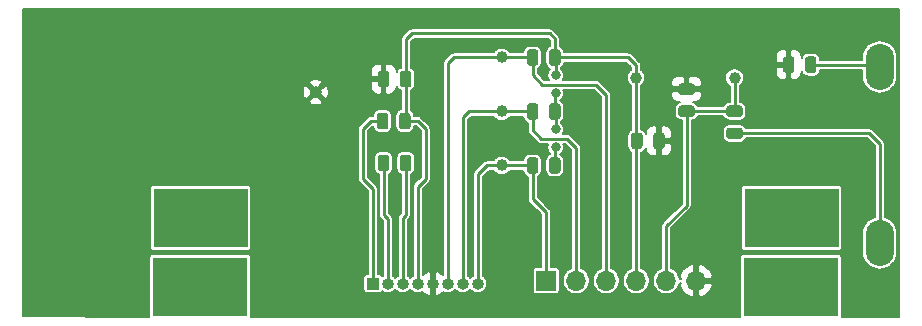
<source format=gbr>
G04 #@! TF.GenerationSoftware,KiCad,Pcbnew,5.1.6-c6e7f7d~87~ubuntu18.04.1*
G04 #@! TF.CreationDate,2020-08-29T18:23:14+01:00*
G04 #@! TF.ProjectId,ossw_lcd,6f737377-5f6c-4636-942e-6b696361645f,1.1*
G04 #@! TF.SameCoordinates,Original*
G04 #@! TF.FileFunction,Copper,L2,Bot*
G04 #@! TF.FilePolarity,Positive*
%FSLAX46Y46*%
G04 Gerber Fmt 4.6, Leading zero omitted, Abs format (unit mm)*
G04 Created by KiCad (PCBNEW 5.1.6-c6e7f7d~87~ubuntu18.04.1) date 2020-08-29 18:23:14*
%MOMM*%
%LPD*%
G01*
G04 APERTURE LIST*
G04 #@! TA.AperFunction,SMDPad,CuDef*
%ADD10R,8.000000X5.000000*%
G04 #@! TD*
G04 #@! TA.AperFunction,ComponentPad*
%ADD11O,2.400000X3.900000*%
G04 #@! TD*
G04 #@! TA.AperFunction,ComponentPad*
%ADD12R,1.700000X1.700000*%
G04 #@! TD*
G04 #@! TA.AperFunction,ComponentPad*
%ADD13O,1.700000X1.700000*%
G04 #@! TD*
G04 #@! TA.AperFunction,ComponentPad*
%ADD14R,1.000000X1.000000*%
G04 #@! TD*
G04 #@! TA.AperFunction,ComponentPad*
%ADD15O,1.000000X1.000000*%
G04 #@! TD*
G04 #@! TA.AperFunction,SMDPad,CuDef*
%ADD16C,1.000000*%
G04 #@! TD*
G04 #@! TA.AperFunction,ViaPad*
%ADD17C,0.800000*%
G04 #@! TD*
G04 #@! TA.AperFunction,Conductor*
%ADD18C,0.250000*%
G04 #@! TD*
G04 #@! TA.AperFunction,Conductor*
%ADD19C,0.200000*%
G04 #@! TD*
G04 APERTURE END LIST*
D10*
X187096400Y-99237800D03*
X137058400Y-99237800D03*
X187045600Y-105054400D03*
X137033000Y-105054400D03*
D11*
X194564000Y-101346000D03*
X194564000Y-86446000D03*
G04 #@! TA.AperFunction,SMDPad,CuDef*
G36*
G01*
X178662650Y-88805600D02*
X177750150Y-88805600D01*
G75*
G02*
X177506400Y-88561850I0J243750D01*
G01*
X177506400Y-88074350D01*
G75*
G02*
X177750150Y-87830600I243750J0D01*
G01*
X178662650Y-87830600D01*
G75*
G02*
X178906400Y-88074350I0J-243750D01*
G01*
X178906400Y-88561850D01*
G75*
G02*
X178662650Y-88805600I-243750J0D01*
G01*
G37*
G04 #@! TD.AperFunction*
G04 #@! TA.AperFunction,SMDPad,CuDef*
G36*
G01*
X178662650Y-90680600D02*
X177750150Y-90680600D01*
G75*
G02*
X177506400Y-90436850I0J243750D01*
G01*
X177506400Y-89949350D01*
G75*
G02*
X177750150Y-89705600I243750J0D01*
G01*
X178662650Y-89705600D01*
G75*
G02*
X178906400Y-89949350I0J-243750D01*
G01*
X178906400Y-90436850D01*
G75*
G02*
X178662650Y-90680600I-243750J0D01*
G01*
G37*
G04 #@! TD.AperFunction*
G04 #@! TA.AperFunction,SMDPad,CuDef*
G36*
G01*
X173507100Y-93166250D02*
X173507100Y-92253750D01*
G75*
G02*
X173750850Y-92010000I243750J0D01*
G01*
X174238350Y-92010000D01*
G75*
G02*
X174482100Y-92253750I0J-243750D01*
G01*
X174482100Y-93166250D01*
G75*
G02*
X174238350Y-93410000I-243750J0D01*
G01*
X173750850Y-93410000D01*
G75*
G02*
X173507100Y-93166250I0J243750D01*
G01*
G37*
G04 #@! TD.AperFunction*
G04 #@! TA.AperFunction,SMDPad,CuDef*
G36*
G01*
X175382100Y-93166250D02*
X175382100Y-92253750D01*
G75*
G02*
X175625850Y-92010000I243750J0D01*
G01*
X176113350Y-92010000D01*
G75*
G02*
X176357100Y-92253750I0J-243750D01*
G01*
X176357100Y-93166250D01*
G75*
G02*
X176113350Y-93410000I-243750J0D01*
G01*
X175625850Y-93410000D01*
G75*
G02*
X175382100Y-93166250I0J243750D01*
G01*
G37*
G04 #@! TD.AperFunction*
G04 #@! TA.AperFunction,SMDPad,CuDef*
G36*
G01*
X153866000Y-91489850D02*
X153866000Y-90577350D01*
G75*
G02*
X154109750Y-90333600I243750J0D01*
G01*
X154597250Y-90333600D01*
G75*
G02*
X154841000Y-90577350I0J-243750D01*
G01*
X154841000Y-91489850D01*
G75*
G02*
X154597250Y-91733600I-243750J0D01*
G01*
X154109750Y-91733600D01*
G75*
G02*
X153866000Y-91489850I0J243750D01*
G01*
G37*
G04 #@! TD.AperFunction*
G04 #@! TA.AperFunction,SMDPad,CuDef*
G36*
G01*
X151991000Y-91489850D02*
X151991000Y-90577350D01*
G75*
G02*
X152234750Y-90333600I243750J0D01*
G01*
X152722250Y-90333600D01*
G75*
G02*
X152966000Y-90577350I0J-243750D01*
G01*
X152966000Y-91489850D01*
G75*
G02*
X152722250Y-91733600I-243750J0D01*
G01*
X152234750Y-91733600D01*
G75*
G02*
X151991000Y-91489850I0J243750D01*
G01*
G37*
G04 #@! TD.AperFunction*
G04 #@! TA.AperFunction,SMDPad,CuDef*
G36*
G01*
X154919500Y-87021350D02*
X154919500Y-87933850D01*
G75*
G02*
X154675750Y-88177600I-243750J0D01*
G01*
X154188250Y-88177600D01*
G75*
G02*
X153944500Y-87933850I0J243750D01*
G01*
X153944500Y-87021350D01*
G75*
G02*
X154188250Y-86777600I243750J0D01*
G01*
X154675750Y-86777600D01*
G75*
G02*
X154919500Y-87021350I0J-243750D01*
G01*
G37*
G04 #@! TD.AperFunction*
G04 #@! TA.AperFunction,SMDPad,CuDef*
G36*
G01*
X153044500Y-87021350D02*
X153044500Y-87933850D01*
G75*
G02*
X152800750Y-88177600I-243750J0D01*
G01*
X152313250Y-88177600D01*
G75*
G02*
X152069500Y-87933850I0J243750D01*
G01*
X152069500Y-87021350D01*
G75*
G02*
X152313250Y-86777600I243750J0D01*
G01*
X152800750Y-86777600D01*
G75*
G02*
X153044500Y-87021350I0J-243750D01*
G01*
G37*
G04 #@! TD.AperFunction*
G04 #@! TA.AperFunction,SMDPad,CuDef*
G36*
G01*
X152069500Y-95045850D02*
X152069500Y-94133350D01*
G75*
G02*
X152313250Y-93889600I243750J0D01*
G01*
X152800750Y-93889600D01*
G75*
G02*
X153044500Y-94133350I0J-243750D01*
G01*
X153044500Y-95045850D01*
G75*
G02*
X152800750Y-95289600I-243750J0D01*
G01*
X152313250Y-95289600D01*
G75*
G02*
X152069500Y-95045850I0J243750D01*
G01*
G37*
G04 #@! TD.AperFunction*
G04 #@! TA.AperFunction,SMDPad,CuDef*
G36*
G01*
X153944500Y-95045850D02*
X153944500Y-94133350D01*
G75*
G02*
X154188250Y-93889600I243750J0D01*
G01*
X154675750Y-93889600D01*
G75*
G02*
X154919500Y-94133350I0J-243750D01*
G01*
X154919500Y-95045850D01*
G75*
G02*
X154675750Y-95289600I-243750J0D01*
G01*
X154188250Y-95289600D01*
G75*
G02*
X153944500Y-95045850I0J243750D01*
G01*
G37*
G04 #@! TD.AperFunction*
D12*
X166319200Y-104546400D03*
D13*
X168859200Y-104546400D03*
X171399200Y-104546400D03*
X173939200Y-104546400D03*
X176479200Y-104546400D03*
X179019200Y-104546400D03*
D14*
X151638000Y-104800400D03*
D15*
X152908000Y-104800400D03*
X154178000Y-104800400D03*
X155448000Y-104800400D03*
X156718000Y-104800400D03*
X157988000Y-104800400D03*
X159258000Y-104800400D03*
X160528000Y-104800400D03*
G04 #@! TA.AperFunction,SMDPad,CuDef*
G36*
G01*
X164691000Y-86105050D02*
X164691000Y-85192550D01*
G75*
G02*
X164934750Y-84948800I243750J0D01*
G01*
X165422250Y-84948800D01*
G75*
G02*
X165666000Y-85192550I0J-243750D01*
G01*
X165666000Y-86105050D01*
G75*
G02*
X165422250Y-86348800I-243750J0D01*
G01*
X164934750Y-86348800D01*
G75*
G02*
X164691000Y-86105050I0J243750D01*
G01*
G37*
G04 #@! TD.AperFunction*
G04 #@! TA.AperFunction,SMDPad,CuDef*
G36*
G01*
X166566000Y-86105050D02*
X166566000Y-85192550D01*
G75*
G02*
X166809750Y-84948800I243750J0D01*
G01*
X167297250Y-84948800D01*
G75*
G02*
X167541000Y-85192550I0J-243750D01*
G01*
X167541000Y-86105050D01*
G75*
G02*
X167297250Y-86348800I-243750J0D01*
G01*
X166809750Y-86348800D01*
G75*
G02*
X166566000Y-86105050I0J243750D01*
G01*
G37*
G04 #@! TD.AperFunction*
G04 #@! TA.AperFunction,SMDPad,CuDef*
G36*
G01*
X166566000Y-90677050D02*
X166566000Y-89764550D01*
G75*
G02*
X166809750Y-89520800I243750J0D01*
G01*
X167297250Y-89520800D01*
G75*
G02*
X167541000Y-89764550I0J-243750D01*
G01*
X167541000Y-90677050D01*
G75*
G02*
X167297250Y-90920800I-243750J0D01*
G01*
X166809750Y-90920800D01*
G75*
G02*
X166566000Y-90677050I0J243750D01*
G01*
G37*
G04 #@! TD.AperFunction*
G04 #@! TA.AperFunction,SMDPad,CuDef*
G36*
G01*
X164691000Y-90677050D02*
X164691000Y-89764550D01*
G75*
G02*
X164934750Y-89520800I243750J0D01*
G01*
X165422250Y-89520800D01*
G75*
G02*
X165666000Y-89764550I0J-243750D01*
G01*
X165666000Y-90677050D01*
G75*
G02*
X165422250Y-90920800I-243750J0D01*
G01*
X164934750Y-90920800D01*
G75*
G02*
X164691000Y-90677050I0J243750D01*
G01*
G37*
G04 #@! TD.AperFunction*
G04 #@! TA.AperFunction,SMDPad,CuDef*
G36*
G01*
X164691000Y-95249050D02*
X164691000Y-94336550D01*
G75*
G02*
X164934750Y-94092800I243750J0D01*
G01*
X165422250Y-94092800D01*
G75*
G02*
X165666000Y-94336550I0J-243750D01*
G01*
X165666000Y-95249050D01*
G75*
G02*
X165422250Y-95492800I-243750J0D01*
G01*
X164934750Y-95492800D01*
G75*
G02*
X164691000Y-95249050I0J243750D01*
G01*
G37*
G04 #@! TD.AperFunction*
G04 #@! TA.AperFunction,SMDPad,CuDef*
G36*
G01*
X166566000Y-95249050D02*
X166566000Y-94336550D01*
G75*
G02*
X166809750Y-94092800I243750J0D01*
G01*
X167297250Y-94092800D01*
G75*
G02*
X167541000Y-94336550I0J-243750D01*
G01*
X167541000Y-95249050D01*
G75*
G02*
X167297250Y-95492800I-243750J0D01*
G01*
X166809750Y-95492800D01*
G75*
G02*
X166566000Y-95249050I0J243750D01*
G01*
G37*
G04 #@! TD.AperFunction*
G04 #@! TA.AperFunction,SMDPad,CuDef*
G36*
G01*
X182726650Y-92560200D02*
X181814150Y-92560200D01*
G75*
G02*
X181570400Y-92316450I0J243750D01*
G01*
X181570400Y-91828950D01*
G75*
G02*
X181814150Y-91585200I243750J0D01*
G01*
X182726650Y-91585200D01*
G75*
G02*
X182970400Y-91828950I0J-243750D01*
G01*
X182970400Y-92316450D01*
G75*
G02*
X182726650Y-92560200I-243750J0D01*
G01*
G37*
G04 #@! TD.AperFunction*
G04 #@! TA.AperFunction,SMDPad,CuDef*
G36*
G01*
X182726650Y-90685200D02*
X181814150Y-90685200D01*
G75*
G02*
X181570400Y-90441450I0J243750D01*
G01*
X181570400Y-89953950D01*
G75*
G02*
X181814150Y-89710200I243750J0D01*
G01*
X182726650Y-89710200D01*
G75*
G02*
X182970400Y-89953950I0J-243750D01*
G01*
X182970400Y-90441450D01*
G75*
G02*
X182726650Y-90685200I-243750J0D01*
G01*
G37*
G04 #@! TD.AperFunction*
G04 #@! TA.AperFunction,SMDPad,CuDef*
G36*
G01*
X187334500Y-85802150D02*
X187334500Y-86714650D01*
G75*
G02*
X187090750Y-86958400I-243750J0D01*
G01*
X186603250Y-86958400D01*
G75*
G02*
X186359500Y-86714650I0J243750D01*
G01*
X186359500Y-85802150D01*
G75*
G02*
X186603250Y-85558400I243750J0D01*
G01*
X187090750Y-85558400D01*
G75*
G02*
X187334500Y-85802150I0J-243750D01*
G01*
G37*
G04 #@! TD.AperFunction*
G04 #@! TA.AperFunction,SMDPad,CuDef*
G36*
G01*
X189209500Y-85802150D02*
X189209500Y-86714650D01*
G75*
G02*
X188965750Y-86958400I-243750J0D01*
G01*
X188478250Y-86958400D01*
G75*
G02*
X188234500Y-86714650I0J243750D01*
G01*
X188234500Y-85802150D01*
G75*
G02*
X188478250Y-85558400I243750J0D01*
G01*
X188965750Y-85558400D01*
G75*
G02*
X189209500Y-85802150I0J-243750D01*
G01*
G37*
G04 #@! TD.AperFunction*
D16*
X146812000Y-88595200D03*
X182270400Y-87376000D03*
X173926500Y-87363300D03*
X162560000Y-94792800D03*
X162560000Y-90220800D03*
X162560000Y-85648800D03*
D17*
X167132000Y-88696800D03*
X167132000Y-87172800D03*
X167132000Y-93268800D03*
X167132000Y-91744800D03*
D18*
X152044400Y-91033600D02*
X152478500Y-91033600D01*
X151485600Y-91033600D02*
X152478500Y-91033600D01*
X150825200Y-91694000D02*
X151485600Y-91033600D01*
X150825200Y-95961200D02*
X150825200Y-91694000D01*
X151638000Y-104800400D02*
X151638000Y-96774000D01*
X151638000Y-96774000D02*
X150825200Y-95961200D01*
X152557000Y-98963000D02*
X152557000Y-98806000D01*
X152557000Y-98806000D02*
X152557000Y-94589600D01*
X152908000Y-104800400D02*
X152908000Y-99314000D01*
X152908000Y-99314000D02*
X152557000Y-98963000D01*
X154432000Y-98806000D02*
X154432000Y-94589600D01*
X154178000Y-104800400D02*
X154178000Y-99263200D01*
X154432000Y-99009200D02*
X154432000Y-98806000D01*
X154178000Y-99263200D02*
X154432000Y-99009200D01*
X182270400Y-92072700D02*
X193672700Y-92072700D01*
X194564000Y-92964000D02*
X194564000Y-101346000D01*
X193672700Y-92072700D02*
X194564000Y-92964000D01*
X194376400Y-86258400D02*
X194564000Y-86446000D01*
X188722000Y-86258400D02*
X194376400Y-86258400D01*
X178206400Y-90193100D02*
X182270400Y-90193100D01*
X178206400Y-98196400D02*
X178206400Y-90193100D01*
X176479200Y-99923600D02*
X178206400Y-98196400D01*
X182270400Y-90197700D02*
X182270400Y-87376000D01*
X176479200Y-102108000D02*
X176479200Y-101803200D01*
X176479200Y-104546400D02*
X176479200Y-101803200D01*
X176479200Y-101803200D02*
X176479200Y-99923600D01*
X167132000Y-85981300D02*
X167053500Y-85902800D01*
X167132000Y-85727300D02*
X167053500Y-85648800D01*
X167053500Y-88775300D02*
X167132000Y-88696800D01*
X167132000Y-90299300D02*
X167053500Y-90220800D01*
X167053500Y-90220800D02*
X167053500Y-88775300D01*
X167132000Y-87172800D02*
X167132000Y-85727300D01*
X167053500Y-93347300D02*
X167132000Y-93268800D01*
X167132000Y-91744800D02*
X167132000Y-90299300D01*
X167053500Y-94792800D02*
X167053500Y-93347300D01*
X167053500Y-84046300D02*
X167053500Y-85648800D01*
X166624000Y-83616800D02*
X167053500Y-84046300D01*
X154940000Y-83616800D02*
X166624000Y-83616800D01*
X154432000Y-84124800D02*
X154940000Y-83616800D01*
X167053500Y-85648800D02*
X171246800Y-85648800D01*
X173939200Y-89357200D02*
X173939200Y-87071200D01*
X173939200Y-87071200D02*
X173939200Y-86309200D01*
X173278800Y-85648800D02*
X171246800Y-85648800D01*
X173939200Y-86309200D02*
X173278800Y-85648800D01*
X154432000Y-84124800D02*
X154432000Y-87477600D01*
X154432000Y-90955100D02*
X154353500Y-91033600D01*
X154432000Y-87477600D02*
X154432000Y-90955100D01*
X155448000Y-91033600D02*
X154353500Y-91033600D01*
X156108400Y-95961200D02*
X156108400Y-91694000D01*
X155448000Y-104800400D02*
X155448000Y-96621600D01*
X156108400Y-91694000D02*
X155448000Y-91033600D01*
X155448000Y-96621600D02*
X156108400Y-95961200D01*
X173939200Y-104546400D02*
X173939200Y-101396800D01*
X173939200Y-102108000D02*
X173939200Y-101396800D01*
X173939200Y-101396800D02*
X173939200Y-89357200D01*
X162560000Y-94792800D02*
X165178500Y-94792800D01*
X165178500Y-96344500D02*
X165178500Y-94792800D01*
X165178500Y-97614500D02*
X165178500Y-96344500D01*
X166319200Y-98755200D02*
X165178500Y-97614500D01*
X161290000Y-94792800D02*
X162560000Y-94792800D01*
X160528000Y-95554800D02*
X161290000Y-94792800D01*
X160528000Y-104800400D02*
X160528000Y-102209600D01*
X160528000Y-102362000D02*
X160528000Y-102209600D01*
X160528000Y-102209600D02*
X160528000Y-95554800D01*
X166319200Y-102108000D02*
X166319200Y-101396800D01*
X166319200Y-104546400D02*
X166319200Y-101396800D01*
X166319200Y-101396800D02*
X166319200Y-98755200D01*
X162560000Y-90220800D02*
X165178500Y-90220800D01*
X165178500Y-91823300D02*
X165178500Y-90220800D01*
X165898999Y-92543799D02*
X165178500Y-91823300D01*
X168083399Y-92543799D02*
X165898999Y-92543799D01*
X168859200Y-93319600D02*
X168083399Y-92543799D01*
X159766000Y-90220800D02*
X162560000Y-90220800D01*
X159258000Y-90728800D02*
X159766000Y-90220800D01*
X159258000Y-102362000D02*
X159258000Y-102209600D01*
X159258000Y-104800400D02*
X159258000Y-102209600D01*
X159258000Y-102209600D02*
X159258000Y-90728800D01*
X168859200Y-104546400D02*
X168859200Y-101498400D01*
X168859200Y-102108000D02*
X168859200Y-101498400D01*
X168859200Y-101498400D02*
X168859200Y-93319600D01*
X162560000Y-85648800D02*
X165178500Y-85648800D01*
X165178500Y-87149700D02*
X165178500Y-85648800D01*
X170572599Y-87971799D02*
X166000599Y-87971799D01*
X166000599Y-87971799D02*
X165178500Y-87149700D01*
X171399200Y-88798400D02*
X170572599Y-87971799D01*
X158496000Y-85648800D02*
X162560000Y-85648800D01*
X157988000Y-104800400D02*
X157988000Y-86156800D01*
X157988000Y-86156800D02*
X158496000Y-85648800D01*
X171399200Y-104546400D02*
X171399200Y-101447600D01*
X171399200Y-102108000D02*
X171399200Y-101447600D01*
X171399200Y-101447600D02*
X171399200Y-88798400D01*
D19*
G36*
X196221001Y-107624750D02*
G01*
X191338746Y-107621492D01*
X191341259Y-107613210D01*
X191347051Y-107554400D01*
X191347051Y-102554400D01*
X191341259Y-102495590D01*
X191324104Y-102439040D01*
X191296247Y-102386923D01*
X191258758Y-102341242D01*
X191213077Y-102303753D01*
X191160960Y-102275896D01*
X191104410Y-102258741D01*
X191045600Y-102252949D01*
X183045600Y-102252949D01*
X182986790Y-102258741D01*
X182930240Y-102275896D01*
X182878123Y-102303753D01*
X182832442Y-102341242D01*
X182794953Y-102386923D01*
X182767096Y-102439040D01*
X182749941Y-102495590D01*
X182744149Y-102554400D01*
X182744149Y-107554400D01*
X182749941Y-107613210D01*
X182750715Y-107615762D01*
X141331130Y-107588123D01*
X141334451Y-107554400D01*
X141334451Y-102554400D01*
X141328659Y-102495590D01*
X141311504Y-102439040D01*
X141283647Y-102386923D01*
X141246158Y-102341242D01*
X141200477Y-102303753D01*
X141148360Y-102275896D01*
X141091810Y-102258741D01*
X141033000Y-102252949D01*
X133033000Y-102252949D01*
X132974190Y-102258741D01*
X132917640Y-102275896D01*
X132865523Y-102303753D01*
X132819842Y-102341242D01*
X132782353Y-102386923D01*
X132754496Y-102439040D01*
X132737341Y-102495590D01*
X132731549Y-102554400D01*
X132731549Y-107554400D01*
X132734305Y-107582386D01*
X122041000Y-107575250D01*
X122041000Y-96737800D01*
X132756949Y-96737800D01*
X132756949Y-101737800D01*
X132762741Y-101796610D01*
X132779896Y-101853160D01*
X132807753Y-101905277D01*
X132845242Y-101950958D01*
X132890923Y-101988447D01*
X132943040Y-102016304D01*
X132999590Y-102033459D01*
X133058400Y-102039251D01*
X141058400Y-102039251D01*
X141117210Y-102033459D01*
X141173760Y-102016304D01*
X141225877Y-101988447D01*
X141271558Y-101950958D01*
X141309047Y-101905277D01*
X141336904Y-101853160D01*
X141354059Y-101796610D01*
X141359851Y-101737800D01*
X141359851Y-96737800D01*
X141354059Y-96678990D01*
X141336904Y-96622440D01*
X141309047Y-96570323D01*
X141271558Y-96524642D01*
X141225877Y-96487153D01*
X141173760Y-96459296D01*
X141117210Y-96442141D01*
X141058400Y-96436349D01*
X133058400Y-96436349D01*
X132999590Y-96442141D01*
X132943040Y-96459296D01*
X132890923Y-96487153D01*
X132845242Y-96524642D01*
X132807753Y-96570323D01*
X132779896Y-96622440D01*
X132762741Y-96678990D01*
X132756949Y-96737800D01*
X122041000Y-96737800D01*
X122041000Y-91694000D01*
X150398145Y-91694000D01*
X150400201Y-91714877D01*
X150400200Y-95940333D01*
X150398145Y-95961200D01*
X150400200Y-95982067D01*
X150400200Y-95982073D01*
X150406350Y-96044513D01*
X150430652Y-96124626D01*
X150470116Y-96198459D01*
X150523226Y-96263174D01*
X150539443Y-96276483D01*
X151213001Y-96950042D01*
X151213000Y-103998949D01*
X151138000Y-103998949D01*
X151079190Y-104004741D01*
X151022640Y-104021896D01*
X150970523Y-104049753D01*
X150924842Y-104087242D01*
X150887353Y-104132923D01*
X150859496Y-104185040D01*
X150842341Y-104241590D01*
X150836549Y-104300400D01*
X150836549Y-105300400D01*
X150842341Y-105359210D01*
X150859496Y-105415760D01*
X150887353Y-105467877D01*
X150924842Y-105513558D01*
X150970523Y-105551047D01*
X151022640Y-105578904D01*
X151079190Y-105596059D01*
X151138000Y-105601851D01*
X152138000Y-105601851D01*
X152196810Y-105596059D01*
X152253360Y-105578904D01*
X152305477Y-105551047D01*
X152351158Y-105513558D01*
X152388647Y-105467877D01*
X152409263Y-105429307D01*
X152529058Y-105509351D01*
X152674649Y-105569657D01*
X152829207Y-105600400D01*
X152986793Y-105600400D01*
X153141351Y-105569657D01*
X153286942Y-105509351D01*
X153417970Y-105421801D01*
X153529401Y-105310370D01*
X153543000Y-105290018D01*
X153556599Y-105310370D01*
X153668030Y-105421801D01*
X153799058Y-105509351D01*
X153944649Y-105569657D01*
X154099207Y-105600400D01*
X154256793Y-105600400D01*
X154411351Y-105569657D01*
X154556942Y-105509351D01*
X154687970Y-105421801D01*
X154799401Y-105310370D01*
X154813000Y-105290018D01*
X154826599Y-105310370D01*
X154938030Y-105421801D01*
X155069058Y-105509351D01*
X155214649Y-105569657D01*
X155369207Y-105600400D01*
X155526793Y-105600400D01*
X155681351Y-105569657D01*
X155826942Y-105509351D01*
X155853777Y-105491421D01*
X155862902Y-105505019D01*
X156016797Y-105658301D01*
X156197639Y-105778615D01*
X156394249Y-105860046D01*
X156564000Y-105743915D01*
X156564000Y-104954400D01*
X156544000Y-104954400D01*
X156544000Y-104646400D01*
X156564000Y-104646400D01*
X156564000Y-103856885D01*
X156394249Y-103740754D01*
X156197639Y-103822185D01*
X156016797Y-103942499D01*
X155873000Y-104085723D01*
X155873000Y-96797640D01*
X156394158Y-96276482D01*
X156410374Y-96263174D01*
X156463484Y-96198460D01*
X156502948Y-96124627D01*
X156527250Y-96044514D01*
X156533400Y-95982074D01*
X156533400Y-95982067D01*
X156535455Y-95961200D01*
X156533400Y-95940333D01*
X156533400Y-91714867D01*
X156535455Y-91694000D01*
X156533400Y-91673133D01*
X156533400Y-91673126D01*
X156527250Y-91610686D01*
X156502948Y-91530573D01*
X156463484Y-91456740D01*
X156410374Y-91392026D01*
X156394156Y-91378716D01*
X155763284Y-90747844D01*
X155749974Y-90731626D01*
X155685260Y-90678516D01*
X155611427Y-90639052D01*
X155531314Y-90614750D01*
X155468874Y-90608600D01*
X155468867Y-90608600D01*
X155448000Y-90606545D01*
X155427133Y-90608600D01*
X155142451Y-90608600D01*
X155142451Y-90577350D01*
X155131975Y-90470987D01*
X155100950Y-90368711D01*
X155050568Y-90274453D01*
X154982765Y-90191835D01*
X154900147Y-90124032D01*
X154857000Y-90100969D01*
X154857000Y-88445858D01*
X154884389Y-88437550D01*
X154978647Y-88387168D01*
X155061265Y-88319365D01*
X155129068Y-88236747D01*
X155179450Y-88142489D01*
X155210475Y-88040213D01*
X155220951Y-87933850D01*
X155220951Y-87021350D01*
X155210475Y-86914987D01*
X155179450Y-86812711D01*
X155129068Y-86718453D01*
X155061265Y-86635835D01*
X154978647Y-86568032D01*
X154884389Y-86517650D01*
X154857000Y-86509342D01*
X154857000Y-84300840D01*
X155116041Y-84041800D01*
X166447960Y-84041800D01*
X166628500Y-84222341D01*
X166628500Y-84680542D01*
X166601111Y-84688850D01*
X166506853Y-84739232D01*
X166424235Y-84807035D01*
X166356432Y-84889653D01*
X166306050Y-84983911D01*
X166275025Y-85086187D01*
X166264549Y-85192550D01*
X166264549Y-86105050D01*
X166275025Y-86211413D01*
X166306050Y-86313689D01*
X166356432Y-86407947D01*
X166424235Y-86490565D01*
X166506853Y-86558368D01*
X166601111Y-86608750D01*
X166681664Y-86633186D01*
X166588274Y-86726576D01*
X166511668Y-86841226D01*
X166458901Y-86968618D01*
X166432000Y-87103856D01*
X166432000Y-87241744D01*
X166458901Y-87376982D01*
X166511668Y-87504374D01*
X166540015Y-87546799D01*
X166176639Y-87546799D01*
X165603500Y-86973660D01*
X165603500Y-86617058D01*
X165630889Y-86608750D01*
X165725147Y-86558368D01*
X165807765Y-86490565D01*
X165875568Y-86407947D01*
X165925950Y-86313689D01*
X165956975Y-86211413D01*
X165967451Y-86105050D01*
X165967451Y-85192550D01*
X165956975Y-85086187D01*
X165925950Y-84983911D01*
X165875568Y-84889653D01*
X165807765Y-84807035D01*
X165725147Y-84739232D01*
X165630889Y-84688850D01*
X165528613Y-84657825D01*
X165422250Y-84647349D01*
X164934750Y-84647349D01*
X164828387Y-84657825D01*
X164726111Y-84688850D01*
X164631853Y-84739232D01*
X164549235Y-84807035D01*
X164481432Y-84889653D01*
X164431050Y-84983911D01*
X164400025Y-85086187D01*
X164389549Y-85192550D01*
X164389549Y-85223800D01*
X163238176Y-85223800D01*
X163181401Y-85138830D01*
X163069970Y-85027399D01*
X162938942Y-84939849D01*
X162793351Y-84879543D01*
X162638793Y-84848800D01*
X162481207Y-84848800D01*
X162326649Y-84879543D01*
X162181058Y-84939849D01*
X162050030Y-85027399D01*
X161938599Y-85138830D01*
X161881824Y-85223800D01*
X158516866Y-85223800D01*
X158495999Y-85221745D01*
X158475132Y-85223800D01*
X158475126Y-85223800D01*
X158421098Y-85229121D01*
X158412685Y-85229950D01*
X158388383Y-85237322D01*
X158332573Y-85254252D01*
X158258740Y-85293716D01*
X158258738Y-85293717D01*
X158258739Y-85293717D01*
X158221105Y-85324603D01*
X158194026Y-85346826D01*
X158180721Y-85363038D01*
X157702239Y-85841521D01*
X157686027Y-85854826D01*
X157632917Y-85919540D01*
X157608854Y-85964559D01*
X157593453Y-85993373D01*
X157569150Y-86073486D01*
X157560945Y-86156800D01*
X157563001Y-86177677D01*
X157563000Y-104085723D01*
X157419203Y-103942499D01*
X157238361Y-103822185D01*
X157041751Y-103740754D01*
X156872000Y-103856885D01*
X156872000Y-104646400D01*
X156892000Y-104646400D01*
X156892000Y-104954400D01*
X156872000Y-104954400D01*
X156872000Y-105743915D01*
X157041751Y-105860046D01*
X157238361Y-105778615D01*
X157419203Y-105658301D01*
X157573098Y-105505019D01*
X157582223Y-105491421D01*
X157609058Y-105509351D01*
X157754649Y-105569657D01*
X157909207Y-105600400D01*
X158066793Y-105600400D01*
X158221351Y-105569657D01*
X158366942Y-105509351D01*
X158497970Y-105421801D01*
X158609401Y-105310370D01*
X158623000Y-105290018D01*
X158636599Y-105310370D01*
X158748030Y-105421801D01*
X158879058Y-105509351D01*
X159024649Y-105569657D01*
X159179207Y-105600400D01*
X159336793Y-105600400D01*
X159491351Y-105569657D01*
X159636942Y-105509351D01*
X159767970Y-105421801D01*
X159879401Y-105310370D01*
X159893000Y-105290018D01*
X159906599Y-105310370D01*
X160018030Y-105421801D01*
X160149058Y-105509351D01*
X160294649Y-105569657D01*
X160449207Y-105600400D01*
X160606793Y-105600400D01*
X160761351Y-105569657D01*
X160906942Y-105509351D01*
X161037970Y-105421801D01*
X161149401Y-105310370D01*
X161236951Y-105179342D01*
X161297257Y-105033751D01*
X161328000Y-104879193D01*
X161328000Y-104721607D01*
X161297257Y-104567049D01*
X161236951Y-104421458D01*
X161149401Y-104290430D01*
X161037970Y-104178999D01*
X160953000Y-104122224D01*
X160953000Y-95730840D01*
X161466041Y-95217800D01*
X161881824Y-95217800D01*
X161938599Y-95302770D01*
X162050030Y-95414201D01*
X162181058Y-95501751D01*
X162326649Y-95562057D01*
X162481207Y-95592800D01*
X162638793Y-95592800D01*
X162793351Y-95562057D01*
X162938942Y-95501751D01*
X163069970Y-95414201D01*
X163181401Y-95302770D01*
X163238176Y-95217800D01*
X164389549Y-95217800D01*
X164389549Y-95249050D01*
X164400025Y-95355413D01*
X164431050Y-95457689D01*
X164481432Y-95551947D01*
X164549235Y-95634565D01*
X164631853Y-95702368D01*
X164726111Y-95752750D01*
X164753500Y-95761058D01*
X164753500Y-96365373D01*
X164753501Y-96365383D01*
X164753500Y-97593633D01*
X164751445Y-97614500D01*
X164753500Y-97635367D01*
X164753500Y-97635373D01*
X164759650Y-97697813D01*
X164783952Y-97777926D01*
X164823416Y-97851759D01*
X164876526Y-97916474D01*
X164892743Y-97929783D01*
X165894201Y-98931242D01*
X165894200Y-101417673D01*
X165894201Y-101417683D01*
X165894200Y-102128873D01*
X165894201Y-102128881D01*
X165894200Y-103394949D01*
X165469200Y-103394949D01*
X165410390Y-103400741D01*
X165353840Y-103417896D01*
X165301723Y-103445753D01*
X165256042Y-103483242D01*
X165218553Y-103528923D01*
X165190696Y-103581040D01*
X165173541Y-103637590D01*
X165167749Y-103696400D01*
X165167749Y-105396400D01*
X165173541Y-105455210D01*
X165190696Y-105511760D01*
X165218553Y-105563877D01*
X165256042Y-105609558D01*
X165301723Y-105647047D01*
X165353840Y-105674904D01*
X165410390Y-105692059D01*
X165469200Y-105697851D01*
X167169200Y-105697851D01*
X167228010Y-105692059D01*
X167284560Y-105674904D01*
X167336677Y-105647047D01*
X167382358Y-105609558D01*
X167419847Y-105563877D01*
X167447704Y-105511760D01*
X167464859Y-105455210D01*
X167470651Y-105396400D01*
X167470651Y-103696400D01*
X167464859Y-103637590D01*
X167447704Y-103581040D01*
X167419847Y-103528923D01*
X167382358Y-103483242D01*
X167336677Y-103445753D01*
X167284560Y-103417896D01*
X167228010Y-103400741D01*
X167169200Y-103394949D01*
X166744200Y-103394949D01*
X166744200Y-98776066D01*
X166746255Y-98755199D01*
X166744200Y-98734332D01*
X166744200Y-98734326D01*
X166738050Y-98671886D01*
X166713748Y-98591773D01*
X166674284Y-98517940D01*
X166621174Y-98453226D01*
X166604962Y-98439921D01*
X165603500Y-97438460D01*
X165603500Y-95761058D01*
X165630889Y-95752750D01*
X165725147Y-95702368D01*
X165807765Y-95634565D01*
X165875568Y-95551947D01*
X165925950Y-95457689D01*
X165956975Y-95355413D01*
X165967451Y-95249050D01*
X165967451Y-94336550D01*
X165956975Y-94230187D01*
X165925950Y-94127911D01*
X165875568Y-94033653D01*
X165807765Y-93951035D01*
X165725147Y-93883232D01*
X165630889Y-93832850D01*
X165528613Y-93801825D01*
X165422250Y-93791349D01*
X164934750Y-93791349D01*
X164828387Y-93801825D01*
X164726111Y-93832850D01*
X164631853Y-93883232D01*
X164549235Y-93951035D01*
X164481432Y-94033653D01*
X164431050Y-94127911D01*
X164400025Y-94230187D01*
X164389549Y-94336550D01*
X164389549Y-94367800D01*
X163238176Y-94367800D01*
X163181401Y-94282830D01*
X163069970Y-94171399D01*
X162938942Y-94083849D01*
X162793351Y-94023543D01*
X162638793Y-93992800D01*
X162481207Y-93992800D01*
X162326649Y-94023543D01*
X162181058Y-94083849D01*
X162050030Y-94171399D01*
X161938599Y-94282830D01*
X161881824Y-94367800D01*
X161310867Y-94367800D01*
X161290000Y-94365745D01*
X161269133Y-94367800D01*
X161269126Y-94367800D01*
X161206686Y-94373950D01*
X161126572Y-94398252D01*
X161100855Y-94411999D01*
X161052740Y-94437716D01*
X160988026Y-94490826D01*
X160974721Y-94507038D01*
X160242239Y-95239521D01*
X160226027Y-95252826D01*
X160172917Y-95317540D01*
X160156237Y-95348747D01*
X160133453Y-95391373D01*
X160109150Y-95471486D01*
X160100945Y-95554800D01*
X160103001Y-95575677D01*
X160103000Y-102188726D01*
X160103000Y-102382873D01*
X160103001Y-102382882D01*
X160103000Y-104122224D01*
X160018030Y-104178999D01*
X159906599Y-104290430D01*
X159893000Y-104310782D01*
X159879401Y-104290430D01*
X159767970Y-104178999D01*
X159683000Y-104122224D01*
X159683000Y-90904840D01*
X159942041Y-90645800D01*
X161881824Y-90645800D01*
X161938599Y-90730770D01*
X162050030Y-90842201D01*
X162181058Y-90929751D01*
X162326649Y-90990057D01*
X162481207Y-91020800D01*
X162638793Y-91020800D01*
X162793351Y-90990057D01*
X162938942Y-90929751D01*
X163069970Y-90842201D01*
X163181401Y-90730770D01*
X163238176Y-90645800D01*
X164389549Y-90645800D01*
X164389549Y-90677050D01*
X164400025Y-90783413D01*
X164431050Y-90885689D01*
X164481432Y-90979947D01*
X164549235Y-91062565D01*
X164631853Y-91130368D01*
X164726111Y-91180750D01*
X164753500Y-91189058D01*
X164753500Y-91802433D01*
X164751445Y-91823300D01*
X164753500Y-91844167D01*
X164753500Y-91844173D01*
X164758094Y-91890811D01*
X164759650Y-91906614D01*
X164760457Y-91909273D01*
X164783952Y-91986726D01*
X164823416Y-92060559D01*
X164876526Y-92125274D01*
X164892743Y-92138583D01*
X165583718Y-92829559D01*
X165597025Y-92845773D01*
X165661739Y-92898883D01*
X165735572Y-92938347D01*
X165783059Y-92952752D01*
X165815684Y-92962649D01*
X165824097Y-92963478D01*
X165878125Y-92968799D01*
X165878131Y-92968799D01*
X165898998Y-92970854D01*
X165919865Y-92968799D01*
X166498590Y-92968799D01*
X166458901Y-93064618D01*
X166432000Y-93199856D01*
X166432000Y-93337744D01*
X166458901Y-93472982D01*
X166511668Y-93600374D01*
X166588274Y-93715024D01*
X166628501Y-93755251D01*
X166628501Y-93824541D01*
X166601111Y-93832850D01*
X166506853Y-93883232D01*
X166424235Y-93951035D01*
X166356432Y-94033653D01*
X166306050Y-94127911D01*
X166275025Y-94230187D01*
X166264549Y-94336550D01*
X166264549Y-95249050D01*
X166275025Y-95355413D01*
X166306050Y-95457689D01*
X166356432Y-95551947D01*
X166424235Y-95634565D01*
X166506853Y-95702368D01*
X166601111Y-95752750D01*
X166703387Y-95783775D01*
X166809750Y-95794251D01*
X167297250Y-95794251D01*
X167403613Y-95783775D01*
X167505889Y-95752750D01*
X167600147Y-95702368D01*
X167682765Y-95634565D01*
X167750568Y-95551947D01*
X167800950Y-95457689D01*
X167831975Y-95355413D01*
X167842451Y-95249050D01*
X167842451Y-94336550D01*
X167831975Y-94230187D01*
X167800950Y-94127911D01*
X167750568Y-94033653D01*
X167682765Y-93951035D01*
X167600147Y-93883232D01*
X167529177Y-93845298D01*
X167578224Y-93812526D01*
X167675726Y-93715024D01*
X167752332Y-93600374D01*
X167805099Y-93472982D01*
X167832000Y-93337744D01*
X167832000Y-93199856D01*
X167805099Y-93064618D01*
X167765410Y-92968799D01*
X167907359Y-92968799D01*
X168434201Y-93495642D01*
X168434200Y-101519273D01*
X168434201Y-101519283D01*
X168434200Y-102128873D01*
X168434201Y-102128881D01*
X168434200Y-103477690D01*
X168314471Y-103527284D01*
X168126118Y-103653137D01*
X167965937Y-103813318D01*
X167840084Y-104001671D01*
X167753394Y-104210957D01*
X167709200Y-104433135D01*
X167709200Y-104659665D01*
X167753394Y-104881843D01*
X167840084Y-105091129D01*
X167965937Y-105279482D01*
X168126118Y-105439663D01*
X168314471Y-105565516D01*
X168523757Y-105652206D01*
X168745935Y-105696400D01*
X168972465Y-105696400D01*
X169194643Y-105652206D01*
X169403929Y-105565516D01*
X169592282Y-105439663D01*
X169752463Y-105279482D01*
X169878316Y-105091129D01*
X169965006Y-104881843D01*
X170009200Y-104659665D01*
X170009200Y-104433135D01*
X169965006Y-104210957D01*
X169878316Y-104001671D01*
X169752463Y-103813318D01*
X169592282Y-103653137D01*
X169403929Y-103527284D01*
X169284200Y-103477690D01*
X169284200Y-93340466D01*
X169286255Y-93319599D01*
X169284200Y-93298732D01*
X169284200Y-93298726D01*
X169278050Y-93236286D01*
X169253748Y-93156173D01*
X169214284Y-93082340D01*
X169161174Y-93017626D01*
X169144962Y-93004321D01*
X168398682Y-92258042D01*
X168385373Y-92241825D01*
X168320659Y-92188715D01*
X168246826Y-92149251D01*
X168166713Y-92124949D01*
X168104273Y-92118799D01*
X168104266Y-92118799D01*
X168083399Y-92116744D01*
X168062532Y-92118799D01*
X167723985Y-92118799D01*
X167752332Y-92076374D01*
X167805099Y-91948982D01*
X167832000Y-91813744D01*
X167832000Y-91675856D01*
X167805099Y-91540618D01*
X167752332Y-91413226D01*
X167675726Y-91298576D01*
X167578224Y-91201074D01*
X167557000Y-91186893D01*
X167557000Y-91153431D01*
X167600147Y-91130368D01*
X167682765Y-91062565D01*
X167750568Y-90979947D01*
X167800950Y-90885689D01*
X167831975Y-90783413D01*
X167842451Y-90677050D01*
X167842451Y-89764550D01*
X167831975Y-89658187D01*
X167800950Y-89555911D01*
X167750568Y-89461653D01*
X167682765Y-89379035D01*
X167600147Y-89311232D01*
X167529177Y-89273298D01*
X167578224Y-89240526D01*
X167675726Y-89143024D01*
X167752332Y-89028374D01*
X167805099Y-88900982D01*
X167832000Y-88765744D01*
X167832000Y-88627856D01*
X167805099Y-88492618D01*
X167765410Y-88396799D01*
X170396559Y-88396799D01*
X170974201Y-88974442D01*
X170974200Y-101468473D01*
X170974201Y-101468483D01*
X170974200Y-102128873D01*
X170974201Y-102128881D01*
X170974200Y-103477690D01*
X170854471Y-103527284D01*
X170666118Y-103653137D01*
X170505937Y-103813318D01*
X170380084Y-104001671D01*
X170293394Y-104210957D01*
X170249200Y-104433135D01*
X170249200Y-104659665D01*
X170293394Y-104881843D01*
X170380084Y-105091129D01*
X170505937Y-105279482D01*
X170666118Y-105439663D01*
X170854471Y-105565516D01*
X171063757Y-105652206D01*
X171285935Y-105696400D01*
X171512465Y-105696400D01*
X171734643Y-105652206D01*
X171943929Y-105565516D01*
X172132282Y-105439663D01*
X172292463Y-105279482D01*
X172418316Y-105091129D01*
X172505006Y-104881843D01*
X172549200Y-104659665D01*
X172549200Y-104433135D01*
X172505006Y-104210957D01*
X172418316Y-104001671D01*
X172292463Y-103813318D01*
X172132282Y-103653137D01*
X171943929Y-103527284D01*
X171824200Y-103477690D01*
X171824200Y-88819266D01*
X171826255Y-88798399D01*
X171824200Y-88777532D01*
X171824200Y-88777526D01*
X171818050Y-88715086D01*
X171793748Y-88634973D01*
X171754284Y-88561140D01*
X171701174Y-88496426D01*
X171684962Y-88483121D01*
X170887882Y-87686042D01*
X170874573Y-87669825D01*
X170809859Y-87616715D01*
X170736026Y-87577251D01*
X170655913Y-87552949D01*
X170593473Y-87546799D01*
X170593466Y-87546799D01*
X170572599Y-87544744D01*
X170551732Y-87546799D01*
X167723985Y-87546799D01*
X167752332Y-87504374D01*
X167805099Y-87376982D01*
X167832000Y-87241744D01*
X167832000Y-87103856D01*
X167805099Y-86968618D01*
X167752332Y-86841226D01*
X167675726Y-86726576D01*
X167578224Y-86629074D01*
X167557000Y-86614893D01*
X167557000Y-86581431D01*
X167600147Y-86558368D01*
X167682765Y-86490565D01*
X167750568Y-86407947D01*
X167800950Y-86313689D01*
X167831975Y-86211413D01*
X167842451Y-86105050D01*
X167842451Y-86073800D01*
X173102760Y-86073800D01*
X173514201Y-86485241D01*
X173514201Y-86676638D01*
X173416530Y-86741899D01*
X173305099Y-86853330D01*
X173217549Y-86984358D01*
X173157243Y-87129949D01*
X173126500Y-87284507D01*
X173126500Y-87442093D01*
X173157243Y-87596651D01*
X173217549Y-87742242D01*
X173305099Y-87873270D01*
X173416530Y-87984701D01*
X173514201Y-88049962D01*
X173514200Y-89378073D01*
X173514201Y-89378083D01*
X173514201Y-91765022D01*
X173447953Y-91800432D01*
X173365335Y-91868235D01*
X173297532Y-91950853D01*
X173247150Y-92045111D01*
X173216125Y-92147387D01*
X173205649Y-92253750D01*
X173205649Y-93166250D01*
X173216125Y-93272613D01*
X173247150Y-93374889D01*
X173297532Y-93469147D01*
X173365335Y-93551765D01*
X173447953Y-93619568D01*
X173514201Y-93654978D01*
X173514200Y-101417673D01*
X173514201Y-101417683D01*
X173514200Y-102128873D01*
X173514201Y-102128881D01*
X173514200Y-103477690D01*
X173394471Y-103527284D01*
X173206118Y-103653137D01*
X173045937Y-103813318D01*
X172920084Y-104001671D01*
X172833394Y-104210957D01*
X172789200Y-104433135D01*
X172789200Y-104659665D01*
X172833394Y-104881843D01*
X172920084Y-105091129D01*
X173045937Y-105279482D01*
X173206118Y-105439663D01*
X173394471Y-105565516D01*
X173603757Y-105652206D01*
X173825935Y-105696400D01*
X174052465Y-105696400D01*
X174274643Y-105652206D01*
X174483929Y-105565516D01*
X174672282Y-105439663D01*
X174832463Y-105279482D01*
X174958316Y-105091129D01*
X175045006Y-104881843D01*
X175089200Y-104659665D01*
X175089200Y-104433135D01*
X175329200Y-104433135D01*
X175329200Y-104659665D01*
X175373394Y-104881843D01*
X175460084Y-105091129D01*
X175585937Y-105279482D01*
X175746118Y-105439663D01*
X175934471Y-105565516D01*
X176143757Y-105652206D01*
X176365935Y-105696400D01*
X176592465Y-105696400D01*
X176814643Y-105652206D01*
X177023929Y-105565516D01*
X177212282Y-105439663D01*
X177372463Y-105279482D01*
X177498316Y-105091129D01*
X177585006Y-104881843D01*
X177621097Y-104700402D01*
X177721349Y-104700402D01*
X177611291Y-104925311D01*
X177712265Y-105192700D01*
X177863464Y-105435252D01*
X178059078Y-105643646D01*
X178291589Y-105809873D01*
X178552061Y-105927546D01*
X178640290Y-105954303D01*
X178865200Y-105843289D01*
X178865200Y-104700400D01*
X179173200Y-104700400D01*
X179173200Y-105843289D01*
X179398110Y-105954303D01*
X179486339Y-105927546D01*
X179746811Y-105809873D01*
X179979322Y-105643646D01*
X180174936Y-105435252D01*
X180326135Y-105192700D01*
X180427109Y-104925311D01*
X180317050Y-104700400D01*
X179173200Y-104700400D01*
X178865200Y-104700400D01*
X178845200Y-104700400D01*
X178845200Y-104392400D01*
X178865200Y-104392400D01*
X178865200Y-103249511D01*
X179173200Y-103249511D01*
X179173200Y-104392400D01*
X180317050Y-104392400D01*
X180427109Y-104167489D01*
X180326135Y-103900100D01*
X180174936Y-103657548D01*
X179979322Y-103449154D01*
X179746811Y-103282927D01*
X179486339Y-103165254D01*
X179398110Y-103138497D01*
X179173200Y-103249511D01*
X178865200Y-103249511D01*
X178640290Y-103138497D01*
X178552061Y-103165254D01*
X178291589Y-103282927D01*
X178059078Y-103449154D01*
X177863464Y-103657548D01*
X177712265Y-103900100D01*
X177611291Y-104167489D01*
X177721349Y-104392398D01*
X177621097Y-104392398D01*
X177585006Y-104210957D01*
X177498316Y-104001671D01*
X177372463Y-103813318D01*
X177212282Y-103653137D01*
X177023929Y-103527284D01*
X176904200Y-103477690D01*
X176904200Y-100099640D01*
X178492158Y-98511682D01*
X178508374Y-98498374D01*
X178561484Y-98433660D01*
X178600948Y-98359827D01*
X178625250Y-98279714D01*
X178631400Y-98217274D01*
X178631400Y-98217267D01*
X178633455Y-98196400D01*
X178631400Y-98175533D01*
X178631400Y-96737800D01*
X182794949Y-96737800D01*
X182794949Y-101737800D01*
X182800741Y-101796610D01*
X182817896Y-101853160D01*
X182845753Y-101905277D01*
X182883242Y-101950958D01*
X182928923Y-101988447D01*
X182981040Y-102016304D01*
X183037590Y-102033459D01*
X183096400Y-102039251D01*
X191096400Y-102039251D01*
X191155210Y-102033459D01*
X191211760Y-102016304D01*
X191263877Y-101988447D01*
X191309558Y-101950958D01*
X191347047Y-101905277D01*
X191374904Y-101853160D01*
X191392059Y-101796610D01*
X191397851Y-101737800D01*
X191397851Y-96737800D01*
X191392059Y-96678990D01*
X191374904Y-96622440D01*
X191347047Y-96570323D01*
X191309558Y-96524642D01*
X191263877Y-96487153D01*
X191211760Y-96459296D01*
X191155210Y-96442141D01*
X191096400Y-96436349D01*
X183096400Y-96436349D01*
X183037590Y-96442141D01*
X182981040Y-96459296D01*
X182928923Y-96487153D01*
X182883242Y-96524642D01*
X182845753Y-96570323D01*
X182817896Y-96622440D01*
X182800741Y-96678990D01*
X182794949Y-96737800D01*
X178631400Y-96737800D01*
X178631400Y-91828950D01*
X181268949Y-91828950D01*
X181268949Y-92316450D01*
X181279425Y-92422813D01*
X181310450Y-92525089D01*
X181360832Y-92619347D01*
X181428635Y-92701965D01*
X181511253Y-92769768D01*
X181605511Y-92820150D01*
X181707787Y-92851175D01*
X181814150Y-92861651D01*
X182726650Y-92861651D01*
X182833013Y-92851175D01*
X182935289Y-92820150D01*
X183029547Y-92769768D01*
X183112165Y-92701965D01*
X183179968Y-92619347D01*
X183230350Y-92525089D01*
X183238658Y-92497700D01*
X193496660Y-92497700D01*
X194139000Y-93140040D01*
X194139001Y-99157428D01*
X193987199Y-99203476D01*
X193726614Y-99342762D01*
X193498209Y-99530208D01*
X193310763Y-99758613D01*
X193171477Y-100019198D01*
X193085705Y-100301949D01*
X193064000Y-100522320D01*
X193064000Y-102169679D01*
X193085705Y-102390050D01*
X193171476Y-102672801D01*
X193310762Y-102933386D01*
X193498208Y-103161792D01*
X193726613Y-103349238D01*
X193987198Y-103488524D01*
X194269949Y-103574295D01*
X194564000Y-103603257D01*
X194858050Y-103574295D01*
X195140801Y-103488524D01*
X195401386Y-103349238D01*
X195629792Y-103161792D01*
X195817238Y-102933387D01*
X195956524Y-102672802D01*
X196042295Y-102390051D01*
X196064000Y-102169680D01*
X196064000Y-100522320D01*
X196042295Y-100301949D01*
X195956524Y-100019198D01*
X195817238Y-99758613D01*
X195629792Y-99530208D01*
X195401387Y-99342762D01*
X195140802Y-99203476D01*
X194989000Y-99157428D01*
X194989000Y-92984874D01*
X194991056Y-92964000D01*
X194982850Y-92880686D01*
X194958548Y-92800573D01*
X194919084Y-92726740D01*
X194865974Y-92662026D01*
X194849758Y-92648718D01*
X193987984Y-91786944D01*
X193974674Y-91770726D01*
X193909960Y-91717616D01*
X193836127Y-91678152D01*
X193756014Y-91653850D01*
X193693574Y-91647700D01*
X193693567Y-91647700D01*
X193672700Y-91645645D01*
X193651833Y-91647700D01*
X183238658Y-91647700D01*
X183230350Y-91620311D01*
X183179968Y-91526053D01*
X183112165Y-91443435D01*
X183029547Y-91375632D01*
X182935289Y-91325250D01*
X182833013Y-91294225D01*
X182726650Y-91283749D01*
X181814150Y-91283749D01*
X181707787Y-91294225D01*
X181605511Y-91325250D01*
X181511253Y-91375632D01*
X181428635Y-91443435D01*
X181360832Y-91526053D01*
X181310450Y-91620311D01*
X181279425Y-91722587D01*
X181268949Y-91828950D01*
X178631400Y-91828950D01*
X178631400Y-90982051D01*
X178662650Y-90982051D01*
X178769013Y-90971575D01*
X178871289Y-90940550D01*
X178965547Y-90890168D01*
X179048165Y-90822365D01*
X179115968Y-90739747D01*
X179166350Y-90645489D01*
X179174658Y-90618100D01*
X181300746Y-90618100D01*
X181310450Y-90650089D01*
X181360832Y-90744347D01*
X181428635Y-90826965D01*
X181511253Y-90894768D01*
X181605511Y-90945150D01*
X181707787Y-90976175D01*
X181814150Y-90986651D01*
X182726650Y-90986651D01*
X182833013Y-90976175D01*
X182935289Y-90945150D01*
X183029547Y-90894768D01*
X183112165Y-90826965D01*
X183179968Y-90744347D01*
X183230350Y-90650089D01*
X183261375Y-90547813D01*
X183271851Y-90441450D01*
X183271851Y-89953950D01*
X183261375Y-89847587D01*
X183230350Y-89745311D01*
X183179968Y-89651053D01*
X183112165Y-89568435D01*
X183029547Y-89500632D01*
X182935289Y-89450250D01*
X182833013Y-89419225D01*
X182726650Y-89408749D01*
X182695400Y-89408749D01*
X182695400Y-88054176D01*
X182780370Y-87997401D01*
X182891801Y-87885970D01*
X182979351Y-87754942D01*
X183039657Y-87609351D01*
X183070400Y-87454793D01*
X183070400Y-87297207D01*
X183039657Y-87142649D01*
X182979351Y-86997058D01*
X182953521Y-86958400D01*
X185748558Y-86958400D01*
X185760297Y-87077589D01*
X185795063Y-87192197D01*
X185851520Y-87297821D01*
X185927499Y-87390401D01*
X186020079Y-87466380D01*
X186125703Y-87522837D01*
X186240311Y-87557603D01*
X186359500Y-87569342D01*
X186541000Y-87566400D01*
X186693000Y-87414400D01*
X186693000Y-86412400D01*
X185903500Y-86412400D01*
X185751500Y-86564400D01*
X185748558Y-86958400D01*
X182953521Y-86958400D01*
X182891801Y-86866030D01*
X182780370Y-86754599D01*
X182649342Y-86667049D01*
X182503751Y-86606743D01*
X182349193Y-86576000D01*
X182191607Y-86576000D01*
X182037049Y-86606743D01*
X181891458Y-86667049D01*
X181760430Y-86754599D01*
X181648999Y-86866030D01*
X181561449Y-86997058D01*
X181501143Y-87142649D01*
X181470400Y-87297207D01*
X181470400Y-87454793D01*
X181501143Y-87609351D01*
X181561449Y-87754942D01*
X181648999Y-87885970D01*
X181760430Y-87997401D01*
X181845401Y-88054177D01*
X181845400Y-89408749D01*
X181814150Y-89408749D01*
X181707787Y-89419225D01*
X181605511Y-89450250D01*
X181511253Y-89500632D01*
X181428635Y-89568435D01*
X181360832Y-89651053D01*
X181310450Y-89745311D01*
X181303537Y-89768100D01*
X179174658Y-89768100D01*
X179166350Y-89740711D01*
X179115968Y-89646453D01*
X179048165Y-89563835D01*
X178965547Y-89496032D01*
X178871289Y-89445650D01*
X178772025Y-89415539D01*
X178906400Y-89416542D01*
X179025589Y-89404803D01*
X179140197Y-89370037D01*
X179245821Y-89313580D01*
X179338401Y-89237601D01*
X179414380Y-89145021D01*
X179470837Y-89039397D01*
X179505603Y-88924789D01*
X179517342Y-88805600D01*
X179514400Y-88624100D01*
X179362400Y-88472100D01*
X178360400Y-88472100D01*
X178360400Y-88492100D01*
X178052400Y-88492100D01*
X178052400Y-88472100D01*
X177050400Y-88472100D01*
X176898400Y-88624100D01*
X176895458Y-88805600D01*
X176907197Y-88924789D01*
X176941963Y-89039397D01*
X176998420Y-89145021D01*
X177074399Y-89237601D01*
X177166979Y-89313580D01*
X177272603Y-89370037D01*
X177387211Y-89404803D01*
X177506400Y-89416542D01*
X177640775Y-89415539D01*
X177541511Y-89445650D01*
X177447253Y-89496032D01*
X177364635Y-89563835D01*
X177296832Y-89646453D01*
X177246450Y-89740711D01*
X177215425Y-89842987D01*
X177204949Y-89949350D01*
X177204949Y-90436850D01*
X177215425Y-90543213D01*
X177246450Y-90645489D01*
X177296832Y-90739747D01*
X177364635Y-90822365D01*
X177447253Y-90890168D01*
X177541511Y-90940550D01*
X177643787Y-90971575D01*
X177750150Y-90982051D01*
X177781401Y-90982051D01*
X177781400Y-98020360D01*
X176193439Y-99608321D01*
X176177227Y-99621626D01*
X176124117Y-99686340D01*
X176099257Y-99732850D01*
X176084653Y-99760173D01*
X176060350Y-99840286D01*
X176052145Y-99923600D01*
X176054201Y-99944477D01*
X176054200Y-101782326D01*
X176054200Y-102128873D01*
X176054201Y-102128882D01*
X176054200Y-103477690D01*
X175934471Y-103527284D01*
X175746118Y-103653137D01*
X175585937Y-103813318D01*
X175460084Y-104001671D01*
X175373394Y-104210957D01*
X175329200Y-104433135D01*
X175089200Y-104433135D01*
X175045006Y-104210957D01*
X174958316Y-104001671D01*
X174832463Y-103813318D01*
X174672282Y-103653137D01*
X174483929Y-103527284D01*
X174364200Y-103477690D01*
X174364200Y-93695064D01*
X174446989Y-93669950D01*
X174541247Y-93619568D01*
X174623865Y-93551765D01*
X174691668Y-93469147D01*
X174742050Y-93374889D01*
X174772161Y-93275625D01*
X174771158Y-93410000D01*
X174782897Y-93529189D01*
X174817663Y-93643797D01*
X174874120Y-93749421D01*
X174950099Y-93842001D01*
X175042679Y-93917980D01*
X175148303Y-93974437D01*
X175262911Y-94009203D01*
X175382100Y-94020942D01*
X175563600Y-94018000D01*
X175715600Y-93866000D01*
X175715600Y-92864000D01*
X176023600Y-92864000D01*
X176023600Y-93866000D01*
X176175600Y-94018000D01*
X176357100Y-94020942D01*
X176476289Y-94009203D01*
X176590897Y-93974437D01*
X176696521Y-93917980D01*
X176789101Y-93842001D01*
X176865080Y-93749421D01*
X176921537Y-93643797D01*
X176956303Y-93529189D01*
X176968042Y-93410000D01*
X176965100Y-93016000D01*
X176813100Y-92864000D01*
X176023600Y-92864000D01*
X175715600Y-92864000D01*
X175695600Y-92864000D01*
X175695600Y-92556000D01*
X175715600Y-92556000D01*
X175715600Y-91554000D01*
X176023600Y-91554000D01*
X176023600Y-92556000D01*
X176813100Y-92556000D01*
X176965100Y-92404000D01*
X176968042Y-92010000D01*
X176956303Y-91890811D01*
X176921537Y-91776203D01*
X176865080Y-91670579D01*
X176789101Y-91577999D01*
X176696521Y-91502020D01*
X176590897Y-91445563D01*
X176476289Y-91410797D01*
X176357100Y-91399058D01*
X176175600Y-91402000D01*
X176023600Y-91554000D01*
X175715600Y-91554000D01*
X175563600Y-91402000D01*
X175382100Y-91399058D01*
X175262911Y-91410797D01*
X175148303Y-91445563D01*
X175042679Y-91502020D01*
X174950099Y-91577999D01*
X174874120Y-91670579D01*
X174817663Y-91776203D01*
X174782897Y-91890811D01*
X174771158Y-92010000D01*
X174772161Y-92144375D01*
X174742050Y-92045111D01*
X174691668Y-91950853D01*
X174623865Y-91868235D01*
X174541247Y-91800432D01*
X174446989Y-91750050D01*
X174364200Y-91724936D01*
X174364200Y-88032990D01*
X174436470Y-87984701D01*
X174547901Y-87873270D01*
X174576412Y-87830600D01*
X176895458Y-87830600D01*
X176898400Y-88012100D01*
X177050400Y-88164100D01*
X178052400Y-88164100D01*
X178052400Y-87374600D01*
X178360400Y-87374600D01*
X178360400Y-88164100D01*
X179362400Y-88164100D01*
X179514400Y-88012100D01*
X179517342Y-87830600D01*
X179505603Y-87711411D01*
X179470837Y-87596803D01*
X179414380Y-87491179D01*
X179338401Y-87398599D01*
X179245821Y-87322620D01*
X179140197Y-87266163D01*
X179025589Y-87231397D01*
X178906400Y-87219658D01*
X178512400Y-87222600D01*
X178360400Y-87374600D01*
X178052400Y-87374600D01*
X177900400Y-87222600D01*
X177506400Y-87219658D01*
X177387211Y-87231397D01*
X177272603Y-87266163D01*
X177166979Y-87322620D01*
X177074399Y-87398599D01*
X176998420Y-87491179D01*
X176941963Y-87596803D01*
X176907197Y-87711411D01*
X176895458Y-87830600D01*
X174576412Y-87830600D01*
X174635451Y-87742242D01*
X174695757Y-87596651D01*
X174726500Y-87442093D01*
X174726500Y-87284507D01*
X174695757Y-87129949D01*
X174635451Y-86984358D01*
X174547901Y-86853330D01*
X174436470Y-86741899D01*
X174364200Y-86693610D01*
X174364200Y-86330067D01*
X174366255Y-86309200D01*
X174364200Y-86288333D01*
X174364200Y-86288326D01*
X174358050Y-86225886D01*
X174333748Y-86145773D01*
X174294284Y-86071940D01*
X174241174Y-86007226D01*
X174224956Y-85993916D01*
X173789440Y-85558400D01*
X185748558Y-85558400D01*
X185751500Y-85952400D01*
X185903500Y-86104400D01*
X186693000Y-86104400D01*
X186693000Y-85102400D01*
X187001000Y-85102400D01*
X187001000Y-86104400D01*
X187021000Y-86104400D01*
X187021000Y-86412400D01*
X187001000Y-86412400D01*
X187001000Y-87414400D01*
X187153000Y-87566400D01*
X187334500Y-87569342D01*
X187453689Y-87557603D01*
X187568297Y-87522837D01*
X187673921Y-87466380D01*
X187766501Y-87390401D01*
X187842480Y-87297821D01*
X187898937Y-87192197D01*
X187933703Y-87077589D01*
X187945442Y-86958400D01*
X187944439Y-86824025D01*
X187974550Y-86923289D01*
X188024932Y-87017547D01*
X188092735Y-87100165D01*
X188175353Y-87167968D01*
X188269611Y-87218350D01*
X188371887Y-87249375D01*
X188478250Y-87259851D01*
X188965750Y-87259851D01*
X189072113Y-87249375D01*
X189174389Y-87218350D01*
X189268647Y-87167968D01*
X189351265Y-87100165D01*
X189419068Y-87017547D01*
X189469450Y-86923289D01*
X189500475Y-86821013D01*
X189510951Y-86714650D01*
X189510951Y-86683400D01*
X193064000Y-86683400D01*
X193064000Y-87269679D01*
X193085705Y-87490050D01*
X193171476Y-87772801D01*
X193310762Y-88033386D01*
X193498208Y-88261792D01*
X193726613Y-88449238D01*
X193987198Y-88588524D01*
X194269949Y-88674295D01*
X194564000Y-88703257D01*
X194858050Y-88674295D01*
X195140801Y-88588524D01*
X195401386Y-88449238D01*
X195629792Y-88261792D01*
X195817238Y-88033387D01*
X195956524Y-87772802D01*
X196042295Y-87490051D01*
X196064000Y-87269680D01*
X196064000Y-85622320D01*
X196042295Y-85401949D01*
X195956524Y-85119198D01*
X195817238Y-84858613D01*
X195629792Y-84630208D01*
X195401387Y-84442762D01*
X195140802Y-84303476D01*
X194858051Y-84217705D01*
X194564000Y-84188743D01*
X194269950Y-84217705D01*
X193987199Y-84303476D01*
X193726614Y-84442762D01*
X193498209Y-84630208D01*
X193310763Y-84858613D01*
X193171477Y-85119198D01*
X193085705Y-85401949D01*
X193064000Y-85622320D01*
X193064000Y-85833400D01*
X189510951Y-85833400D01*
X189510951Y-85802150D01*
X189500475Y-85695787D01*
X189469450Y-85593511D01*
X189419068Y-85499253D01*
X189351265Y-85416635D01*
X189268647Y-85348832D01*
X189174389Y-85298450D01*
X189072113Y-85267425D01*
X188965750Y-85256949D01*
X188478250Y-85256949D01*
X188371887Y-85267425D01*
X188269611Y-85298450D01*
X188175353Y-85348832D01*
X188092735Y-85416635D01*
X188024932Y-85499253D01*
X187974550Y-85593511D01*
X187944439Y-85692775D01*
X187945442Y-85558400D01*
X187933703Y-85439211D01*
X187898937Y-85324603D01*
X187842480Y-85218979D01*
X187766501Y-85126399D01*
X187673921Y-85050420D01*
X187568297Y-84993963D01*
X187453689Y-84959197D01*
X187334500Y-84947458D01*
X187153000Y-84950400D01*
X187001000Y-85102400D01*
X186693000Y-85102400D01*
X186541000Y-84950400D01*
X186359500Y-84947458D01*
X186240311Y-84959197D01*
X186125703Y-84993963D01*
X186020079Y-85050420D01*
X185927499Y-85126399D01*
X185851520Y-85218979D01*
X185795063Y-85324603D01*
X185760297Y-85439211D01*
X185748558Y-85558400D01*
X173789440Y-85558400D01*
X173594084Y-85363044D01*
X173580774Y-85346826D01*
X173516060Y-85293716D01*
X173442227Y-85254252D01*
X173362114Y-85229950D01*
X173299674Y-85223800D01*
X173299667Y-85223800D01*
X173278800Y-85221745D01*
X173257933Y-85223800D01*
X167842451Y-85223800D01*
X167842451Y-85192550D01*
X167831975Y-85086187D01*
X167800950Y-84983911D01*
X167750568Y-84889653D01*
X167682765Y-84807035D01*
X167600147Y-84739232D01*
X167505889Y-84688850D01*
X167478500Y-84680542D01*
X167478500Y-84067167D01*
X167480555Y-84046300D01*
X167478500Y-84025433D01*
X167478500Y-84025426D01*
X167472350Y-83962986D01*
X167471861Y-83961373D01*
X167448048Y-83882872D01*
X167424619Y-83839040D01*
X167408584Y-83809040D01*
X167355474Y-83744326D01*
X167339263Y-83731022D01*
X166939283Y-83331043D01*
X166925974Y-83314826D01*
X166861260Y-83261716D01*
X166787427Y-83222252D01*
X166707314Y-83197950D01*
X166644874Y-83191800D01*
X166644867Y-83191800D01*
X166624000Y-83189745D01*
X166603133Y-83191800D01*
X154960866Y-83191800D01*
X154939999Y-83189745D01*
X154919132Y-83191800D01*
X154919126Y-83191800D01*
X154865098Y-83197121D01*
X154856685Y-83197950D01*
X154832383Y-83205322D01*
X154776573Y-83222252D01*
X154702740Y-83261716D01*
X154638026Y-83314826D01*
X154624721Y-83331038D01*
X154146243Y-83809517D01*
X154130026Y-83822826D01*
X154076916Y-83887541D01*
X154037452Y-83961374D01*
X154036963Y-83962987D01*
X154014921Y-84035650D01*
X154013150Y-84041487D01*
X154007000Y-84103927D01*
X154007000Y-84103933D01*
X154004945Y-84124800D01*
X154007000Y-84145667D01*
X154007001Y-86509341D01*
X153979611Y-86517650D01*
X153885353Y-86568032D01*
X153802735Y-86635835D01*
X153734932Y-86718453D01*
X153684550Y-86812711D01*
X153654439Y-86911975D01*
X153655442Y-86777600D01*
X153643703Y-86658411D01*
X153608937Y-86543803D01*
X153552480Y-86438179D01*
X153476501Y-86345599D01*
X153383921Y-86269620D01*
X153278297Y-86213163D01*
X153163689Y-86178397D01*
X153044500Y-86166658D01*
X152863000Y-86169600D01*
X152711000Y-86321600D01*
X152711000Y-87323600D01*
X152731000Y-87323600D01*
X152731000Y-87631600D01*
X152711000Y-87631600D01*
X152711000Y-88633600D01*
X152863000Y-88785600D01*
X153044500Y-88788542D01*
X153163689Y-88776803D01*
X153278297Y-88742037D01*
X153383921Y-88685580D01*
X153476501Y-88609601D01*
X153552480Y-88517021D01*
X153608937Y-88411397D01*
X153643703Y-88296789D01*
X153655442Y-88177600D01*
X153654439Y-88043225D01*
X153684550Y-88142489D01*
X153734932Y-88236747D01*
X153802735Y-88319365D01*
X153885353Y-88387168D01*
X153979611Y-88437550D01*
X154007000Y-88445858D01*
X154007001Y-90042269D01*
X154003387Y-90042625D01*
X153901111Y-90073650D01*
X153806853Y-90124032D01*
X153724235Y-90191835D01*
X153656432Y-90274453D01*
X153606050Y-90368711D01*
X153575025Y-90470987D01*
X153564549Y-90577350D01*
X153564549Y-91489850D01*
X153575025Y-91596213D01*
X153606050Y-91698489D01*
X153656432Y-91792747D01*
X153724235Y-91875365D01*
X153806853Y-91943168D01*
X153901111Y-91993550D01*
X154003387Y-92024575D01*
X154109750Y-92035051D01*
X154597250Y-92035051D01*
X154703613Y-92024575D01*
X154805889Y-91993550D01*
X154900147Y-91943168D01*
X154982765Y-91875365D01*
X155050568Y-91792747D01*
X155100950Y-91698489D01*
X155131975Y-91596213D01*
X155142451Y-91489850D01*
X155142451Y-91458600D01*
X155271960Y-91458600D01*
X155683401Y-91870041D01*
X155683400Y-95785160D01*
X155162239Y-96306321D01*
X155146027Y-96319626D01*
X155092917Y-96384340D01*
X155090824Y-96388256D01*
X155053453Y-96458173D01*
X155029150Y-96538286D01*
X155020945Y-96621600D01*
X155023001Y-96642477D01*
X155023000Y-104122224D01*
X154938030Y-104178999D01*
X154826599Y-104290430D01*
X154813000Y-104310782D01*
X154799401Y-104290430D01*
X154687970Y-104178999D01*
X154603000Y-104122224D01*
X154603000Y-99439240D01*
X154717758Y-99324482D01*
X154733974Y-99311174D01*
X154787084Y-99246460D01*
X154826548Y-99172627D01*
X154850850Y-99092514D01*
X154857000Y-99030074D01*
X154857000Y-99030068D01*
X154859055Y-99009201D01*
X154857000Y-98988334D01*
X154857000Y-95557858D01*
X154884389Y-95549550D01*
X154978647Y-95499168D01*
X155061265Y-95431365D01*
X155129068Y-95348747D01*
X155179450Y-95254489D01*
X155210475Y-95152213D01*
X155220951Y-95045850D01*
X155220951Y-94133350D01*
X155210475Y-94026987D01*
X155179450Y-93924711D01*
X155129068Y-93830453D01*
X155061265Y-93747835D01*
X154978647Y-93680032D01*
X154884389Y-93629650D01*
X154782113Y-93598625D01*
X154675750Y-93588149D01*
X154188250Y-93588149D01*
X154081887Y-93598625D01*
X153979611Y-93629650D01*
X153885353Y-93680032D01*
X153802735Y-93747835D01*
X153734932Y-93830453D01*
X153684550Y-93924711D01*
X153653525Y-94026987D01*
X153643049Y-94133350D01*
X153643049Y-95045850D01*
X153653525Y-95152213D01*
X153684550Y-95254489D01*
X153734932Y-95348747D01*
X153802735Y-95431365D01*
X153885353Y-95499168D01*
X153979611Y-95549550D01*
X154007001Y-95557859D01*
X154007000Y-98785126D01*
X154007000Y-98833160D01*
X153892239Y-98947921D01*
X153876027Y-98961226D01*
X153822917Y-99025940D01*
X153787333Y-99092514D01*
X153783453Y-99099773D01*
X153759150Y-99179886D01*
X153750945Y-99263200D01*
X153753001Y-99284077D01*
X153753000Y-104122224D01*
X153668030Y-104178999D01*
X153556599Y-104290430D01*
X153543000Y-104310782D01*
X153529401Y-104290430D01*
X153417970Y-104178999D01*
X153333000Y-104122224D01*
X153333000Y-99334867D01*
X153335055Y-99314000D01*
X153333000Y-99293133D01*
X153333000Y-99293126D01*
X153327603Y-99238327D01*
X153326850Y-99230685D01*
X153317620Y-99200259D01*
X153302548Y-99150573D01*
X153263084Y-99076740D01*
X153209974Y-99012026D01*
X153193762Y-98998721D01*
X152982000Y-98786960D01*
X152982000Y-95557858D01*
X153009389Y-95549550D01*
X153103647Y-95499168D01*
X153186265Y-95431365D01*
X153254068Y-95348747D01*
X153304450Y-95254489D01*
X153335475Y-95152213D01*
X153345951Y-95045850D01*
X153345951Y-94133350D01*
X153335475Y-94026987D01*
X153304450Y-93924711D01*
X153254068Y-93830453D01*
X153186265Y-93747835D01*
X153103647Y-93680032D01*
X153009389Y-93629650D01*
X152907113Y-93598625D01*
X152800750Y-93588149D01*
X152313250Y-93588149D01*
X152206887Y-93598625D01*
X152104611Y-93629650D01*
X152010353Y-93680032D01*
X151927735Y-93747835D01*
X151859932Y-93830453D01*
X151809550Y-93924711D01*
X151778525Y-94026987D01*
X151768049Y-94133350D01*
X151768049Y-95045850D01*
X151778525Y-95152213D01*
X151809550Y-95254489D01*
X151859932Y-95348747D01*
X151927735Y-95431365D01*
X152010353Y-95499168D01*
X152104611Y-95549550D01*
X152132001Y-95557859D01*
X152132000Y-98785126D01*
X152132000Y-98942133D01*
X152129945Y-98963000D01*
X152132000Y-98983867D01*
X152132000Y-98983873D01*
X152138150Y-99046313D01*
X152162452Y-99126426D01*
X152201916Y-99200259D01*
X152255026Y-99264974D01*
X152271243Y-99278283D01*
X152483001Y-99490042D01*
X152483000Y-104122224D01*
X152409263Y-104171493D01*
X152388647Y-104132923D01*
X152351158Y-104087242D01*
X152305477Y-104049753D01*
X152253360Y-104021896D01*
X152196810Y-104004741D01*
X152138000Y-103998949D01*
X152063000Y-103998949D01*
X152063000Y-96794867D01*
X152065055Y-96774000D01*
X152063000Y-96753133D01*
X152063000Y-96753126D01*
X152056850Y-96690686D01*
X152053302Y-96678990D01*
X152032548Y-96610572D01*
X152011034Y-96570323D01*
X151993084Y-96536740D01*
X151939974Y-96472026D01*
X151923762Y-96458721D01*
X151250200Y-95785160D01*
X151250200Y-91870040D01*
X151661640Y-91458600D01*
X151689549Y-91458600D01*
X151689549Y-91489850D01*
X151700025Y-91596213D01*
X151731050Y-91698489D01*
X151781432Y-91792747D01*
X151849235Y-91875365D01*
X151931853Y-91943168D01*
X152026111Y-91993550D01*
X152128387Y-92024575D01*
X152234750Y-92035051D01*
X152722250Y-92035051D01*
X152828613Y-92024575D01*
X152930889Y-91993550D01*
X153025147Y-91943168D01*
X153107765Y-91875365D01*
X153175568Y-91792747D01*
X153225950Y-91698489D01*
X153256975Y-91596213D01*
X153267451Y-91489850D01*
X153267451Y-90577350D01*
X153256975Y-90470987D01*
X153225950Y-90368711D01*
X153175568Y-90274453D01*
X153107765Y-90191835D01*
X153025147Y-90124032D01*
X152930889Y-90073650D01*
X152828613Y-90042625D01*
X152722250Y-90032149D01*
X152234750Y-90032149D01*
X152128387Y-90042625D01*
X152026111Y-90073650D01*
X151931853Y-90124032D01*
X151849235Y-90191835D01*
X151781432Y-90274453D01*
X151731050Y-90368711D01*
X151700025Y-90470987D01*
X151689549Y-90577350D01*
X151689549Y-90608600D01*
X151506467Y-90608600D01*
X151485600Y-90606545D01*
X151464733Y-90608600D01*
X151464726Y-90608600D01*
X151402286Y-90614750D01*
X151322173Y-90639052D01*
X151248340Y-90678516D01*
X151183626Y-90731626D01*
X151170316Y-90747844D01*
X150539439Y-91378721D01*
X150523227Y-91392026D01*
X150470117Y-91456740D01*
X150463983Y-91468217D01*
X150430653Y-91530573D01*
X150406350Y-91610686D01*
X150398145Y-91694000D01*
X122041000Y-91694000D01*
X122041000Y-89375101D01*
X146249888Y-89375101D01*
X146288462Y-89577789D01*
X146490215Y-89661047D01*
X146704335Y-89703344D01*
X146922592Y-89703055D01*
X147136598Y-89660193D01*
X147335538Y-89577789D01*
X147374112Y-89375101D01*
X146812000Y-88812989D01*
X146249888Y-89375101D01*
X122041000Y-89375101D01*
X122041000Y-88487535D01*
X145703856Y-88487535D01*
X145704145Y-88705792D01*
X145747007Y-88919798D01*
X145829411Y-89118738D01*
X146032099Y-89157312D01*
X146594211Y-88595200D01*
X147029789Y-88595200D01*
X147591901Y-89157312D01*
X147794589Y-89118738D01*
X147877847Y-88916985D01*
X147920144Y-88702865D01*
X147919855Y-88484608D01*
X147876993Y-88270602D01*
X147838471Y-88177600D01*
X151458558Y-88177600D01*
X151470297Y-88296789D01*
X151505063Y-88411397D01*
X151561520Y-88517021D01*
X151637499Y-88609601D01*
X151730079Y-88685580D01*
X151835703Y-88742037D01*
X151950311Y-88776803D01*
X152069500Y-88788542D01*
X152251000Y-88785600D01*
X152403000Y-88633600D01*
X152403000Y-87631600D01*
X151613500Y-87631600D01*
X151461500Y-87783600D01*
X151458558Y-88177600D01*
X147838471Y-88177600D01*
X147794589Y-88071662D01*
X147591901Y-88033088D01*
X147029789Y-88595200D01*
X146594211Y-88595200D01*
X146032099Y-88033088D01*
X145829411Y-88071662D01*
X145746153Y-88273415D01*
X145703856Y-88487535D01*
X122041000Y-88487535D01*
X122041000Y-87815299D01*
X146249888Y-87815299D01*
X146812000Y-88377411D01*
X147374112Y-87815299D01*
X147335538Y-87612611D01*
X147133785Y-87529353D01*
X146919665Y-87487056D01*
X146701408Y-87487345D01*
X146487402Y-87530207D01*
X146288462Y-87612611D01*
X146249888Y-87815299D01*
X122041000Y-87815299D01*
X122041000Y-86777600D01*
X151458558Y-86777600D01*
X151461500Y-87171600D01*
X151613500Y-87323600D01*
X152403000Y-87323600D01*
X152403000Y-86321600D01*
X152251000Y-86169600D01*
X152069500Y-86166658D01*
X151950311Y-86178397D01*
X151835703Y-86213163D01*
X151730079Y-86269620D01*
X151637499Y-86345599D01*
X151561520Y-86438179D01*
X151505063Y-86543803D01*
X151470297Y-86658411D01*
X151458558Y-86777600D01*
X122041000Y-86777600D01*
X122041000Y-81527984D01*
X196221000Y-81525015D01*
X196221001Y-107624750D01*
G37*
X196221001Y-107624750D02*
X191338746Y-107621492D01*
X191341259Y-107613210D01*
X191347051Y-107554400D01*
X191347051Y-102554400D01*
X191341259Y-102495590D01*
X191324104Y-102439040D01*
X191296247Y-102386923D01*
X191258758Y-102341242D01*
X191213077Y-102303753D01*
X191160960Y-102275896D01*
X191104410Y-102258741D01*
X191045600Y-102252949D01*
X183045600Y-102252949D01*
X182986790Y-102258741D01*
X182930240Y-102275896D01*
X182878123Y-102303753D01*
X182832442Y-102341242D01*
X182794953Y-102386923D01*
X182767096Y-102439040D01*
X182749941Y-102495590D01*
X182744149Y-102554400D01*
X182744149Y-107554400D01*
X182749941Y-107613210D01*
X182750715Y-107615762D01*
X141331130Y-107588123D01*
X141334451Y-107554400D01*
X141334451Y-102554400D01*
X141328659Y-102495590D01*
X141311504Y-102439040D01*
X141283647Y-102386923D01*
X141246158Y-102341242D01*
X141200477Y-102303753D01*
X141148360Y-102275896D01*
X141091810Y-102258741D01*
X141033000Y-102252949D01*
X133033000Y-102252949D01*
X132974190Y-102258741D01*
X132917640Y-102275896D01*
X132865523Y-102303753D01*
X132819842Y-102341242D01*
X132782353Y-102386923D01*
X132754496Y-102439040D01*
X132737341Y-102495590D01*
X132731549Y-102554400D01*
X132731549Y-107554400D01*
X132734305Y-107582386D01*
X122041000Y-107575250D01*
X122041000Y-96737800D01*
X132756949Y-96737800D01*
X132756949Y-101737800D01*
X132762741Y-101796610D01*
X132779896Y-101853160D01*
X132807753Y-101905277D01*
X132845242Y-101950958D01*
X132890923Y-101988447D01*
X132943040Y-102016304D01*
X132999590Y-102033459D01*
X133058400Y-102039251D01*
X141058400Y-102039251D01*
X141117210Y-102033459D01*
X141173760Y-102016304D01*
X141225877Y-101988447D01*
X141271558Y-101950958D01*
X141309047Y-101905277D01*
X141336904Y-101853160D01*
X141354059Y-101796610D01*
X141359851Y-101737800D01*
X141359851Y-96737800D01*
X141354059Y-96678990D01*
X141336904Y-96622440D01*
X141309047Y-96570323D01*
X141271558Y-96524642D01*
X141225877Y-96487153D01*
X141173760Y-96459296D01*
X141117210Y-96442141D01*
X141058400Y-96436349D01*
X133058400Y-96436349D01*
X132999590Y-96442141D01*
X132943040Y-96459296D01*
X132890923Y-96487153D01*
X132845242Y-96524642D01*
X132807753Y-96570323D01*
X132779896Y-96622440D01*
X132762741Y-96678990D01*
X132756949Y-96737800D01*
X122041000Y-96737800D01*
X122041000Y-91694000D01*
X150398145Y-91694000D01*
X150400201Y-91714877D01*
X150400200Y-95940333D01*
X150398145Y-95961200D01*
X150400200Y-95982067D01*
X150400200Y-95982073D01*
X150406350Y-96044513D01*
X150430652Y-96124626D01*
X150470116Y-96198459D01*
X150523226Y-96263174D01*
X150539443Y-96276483D01*
X151213001Y-96950042D01*
X151213000Y-103998949D01*
X151138000Y-103998949D01*
X151079190Y-104004741D01*
X151022640Y-104021896D01*
X150970523Y-104049753D01*
X150924842Y-104087242D01*
X150887353Y-104132923D01*
X150859496Y-104185040D01*
X150842341Y-104241590D01*
X150836549Y-104300400D01*
X150836549Y-105300400D01*
X150842341Y-105359210D01*
X150859496Y-105415760D01*
X150887353Y-105467877D01*
X150924842Y-105513558D01*
X150970523Y-105551047D01*
X151022640Y-105578904D01*
X151079190Y-105596059D01*
X151138000Y-105601851D01*
X152138000Y-105601851D01*
X152196810Y-105596059D01*
X152253360Y-105578904D01*
X152305477Y-105551047D01*
X152351158Y-105513558D01*
X152388647Y-105467877D01*
X152409263Y-105429307D01*
X152529058Y-105509351D01*
X152674649Y-105569657D01*
X152829207Y-105600400D01*
X152986793Y-105600400D01*
X153141351Y-105569657D01*
X153286942Y-105509351D01*
X153417970Y-105421801D01*
X153529401Y-105310370D01*
X153543000Y-105290018D01*
X153556599Y-105310370D01*
X153668030Y-105421801D01*
X153799058Y-105509351D01*
X153944649Y-105569657D01*
X154099207Y-105600400D01*
X154256793Y-105600400D01*
X154411351Y-105569657D01*
X154556942Y-105509351D01*
X154687970Y-105421801D01*
X154799401Y-105310370D01*
X154813000Y-105290018D01*
X154826599Y-105310370D01*
X154938030Y-105421801D01*
X155069058Y-105509351D01*
X155214649Y-105569657D01*
X155369207Y-105600400D01*
X155526793Y-105600400D01*
X155681351Y-105569657D01*
X155826942Y-105509351D01*
X155853777Y-105491421D01*
X155862902Y-105505019D01*
X156016797Y-105658301D01*
X156197639Y-105778615D01*
X156394249Y-105860046D01*
X156564000Y-105743915D01*
X156564000Y-104954400D01*
X156544000Y-104954400D01*
X156544000Y-104646400D01*
X156564000Y-104646400D01*
X156564000Y-103856885D01*
X156394249Y-103740754D01*
X156197639Y-103822185D01*
X156016797Y-103942499D01*
X155873000Y-104085723D01*
X155873000Y-96797640D01*
X156394158Y-96276482D01*
X156410374Y-96263174D01*
X156463484Y-96198460D01*
X156502948Y-96124627D01*
X156527250Y-96044514D01*
X156533400Y-95982074D01*
X156533400Y-95982067D01*
X156535455Y-95961200D01*
X156533400Y-95940333D01*
X156533400Y-91714867D01*
X156535455Y-91694000D01*
X156533400Y-91673133D01*
X156533400Y-91673126D01*
X156527250Y-91610686D01*
X156502948Y-91530573D01*
X156463484Y-91456740D01*
X156410374Y-91392026D01*
X156394156Y-91378716D01*
X155763284Y-90747844D01*
X155749974Y-90731626D01*
X155685260Y-90678516D01*
X155611427Y-90639052D01*
X155531314Y-90614750D01*
X155468874Y-90608600D01*
X155468867Y-90608600D01*
X155448000Y-90606545D01*
X155427133Y-90608600D01*
X155142451Y-90608600D01*
X155142451Y-90577350D01*
X155131975Y-90470987D01*
X155100950Y-90368711D01*
X155050568Y-90274453D01*
X154982765Y-90191835D01*
X154900147Y-90124032D01*
X154857000Y-90100969D01*
X154857000Y-88445858D01*
X154884389Y-88437550D01*
X154978647Y-88387168D01*
X155061265Y-88319365D01*
X155129068Y-88236747D01*
X155179450Y-88142489D01*
X155210475Y-88040213D01*
X155220951Y-87933850D01*
X155220951Y-87021350D01*
X155210475Y-86914987D01*
X155179450Y-86812711D01*
X155129068Y-86718453D01*
X155061265Y-86635835D01*
X154978647Y-86568032D01*
X154884389Y-86517650D01*
X154857000Y-86509342D01*
X154857000Y-84300840D01*
X155116041Y-84041800D01*
X166447960Y-84041800D01*
X166628500Y-84222341D01*
X166628500Y-84680542D01*
X166601111Y-84688850D01*
X166506853Y-84739232D01*
X166424235Y-84807035D01*
X166356432Y-84889653D01*
X166306050Y-84983911D01*
X166275025Y-85086187D01*
X166264549Y-85192550D01*
X166264549Y-86105050D01*
X166275025Y-86211413D01*
X166306050Y-86313689D01*
X166356432Y-86407947D01*
X166424235Y-86490565D01*
X166506853Y-86558368D01*
X166601111Y-86608750D01*
X166681664Y-86633186D01*
X166588274Y-86726576D01*
X166511668Y-86841226D01*
X166458901Y-86968618D01*
X166432000Y-87103856D01*
X166432000Y-87241744D01*
X166458901Y-87376982D01*
X166511668Y-87504374D01*
X166540015Y-87546799D01*
X166176639Y-87546799D01*
X165603500Y-86973660D01*
X165603500Y-86617058D01*
X165630889Y-86608750D01*
X165725147Y-86558368D01*
X165807765Y-86490565D01*
X165875568Y-86407947D01*
X165925950Y-86313689D01*
X165956975Y-86211413D01*
X165967451Y-86105050D01*
X165967451Y-85192550D01*
X165956975Y-85086187D01*
X165925950Y-84983911D01*
X165875568Y-84889653D01*
X165807765Y-84807035D01*
X165725147Y-84739232D01*
X165630889Y-84688850D01*
X165528613Y-84657825D01*
X165422250Y-84647349D01*
X164934750Y-84647349D01*
X164828387Y-84657825D01*
X164726111Y-84688850D01*
X164631853Y-84739232D01*
X164549235Y-84807035D01*
X164481432Y-84889653D01*
X164431050Y-84983911D01*
X164400025Y-85086187D01*
X164389549Y-85192550D01*
X164389549Y-85223800D01*
X163238176Y-85223800D01*
X163181401Y-85138830D01*
X163069970Y-85027399D01*
X162938942Y-84939849D01*
X162793351Y-84879543D01*
X162638793Y-84848800D01*
X162481207Y-84848800D01*
X162326649Y-84879543D01*
X162181058Y-84939849D01*
X162050030Y-85027399D01*
X161938599Y-85138830D01*
X161881824Y-85223800D01*
X158516866Y-85223800D01*
X158495999Y-85221745D01*
X158475132Y-85223800D01*
X158475126Y-85223800D01*
X158421098Y-85229121D01*
X158412685Y-85229950D01*
X158388383Y-85237322D01*
X158332573Y-85254252D01*
X158258740Y-85293716D01*
X158258738Y-85293717D01*
X158258739Y-85293717D01*
X158221105Y-85324603D01*
X158194026Y-85346826D01*
X158180721Y-85363038D01*
X157702239Y-85841521D01*
X157686027Y-85854826D01*
X157632917Y-85919540D01*
X157608854Y-85964559D01*
X157593453Y-85993373D01*
X157569150Y-86073486D01*
X157560945Y-86156800D01*
X157563001Y-86177677D01*
X157563000Y-104085723D01*
X157419203Y-103942499D01*
X157238361Y-103822185D01*
X157041751Y-103740754D01*
X156872000Y-103856885D01*
X156872000Y-104646400D01*
X156892000Y-104646400D01*
X156892000Y-104954400D01*
X156872000Y-104954400D01*
X156872000Y-105743915D01*
X157041751Y-105860046D01*
X157238361Y-105778615D01*
X157419203Y-105658301D01*
X157573098Y-105505019D01*
X157582223Y-105491421D01*
X157609058Y-105509351D01*
X157754649Y-105569657D01*
X157909207Y-105600400D01*
X158066793Y-105600400D01*
X158221351Y-105569657D01*
X158366942Y-105509351D01*
X158497970Y-105421801D01*
X158609401Y-105310370D01*
X158623000Y-105290018D01*
X158636599Y-105310370D01*
X158748030Y-105421801D01*
X158879058Y-105509351D01*
X159024649Y-105569657D01*
X159179207Y-105600400D01*
X159336793Y-105600400D01*
X159491351Y-105569657D01*
X159636942Y-105509351D01*
X159767970Y-105421801D01*
X159879401Y-105310370D01*
X159893000Y-105290018D01*
X159906599Y-105310370D01*
X160018030Y-105421801D01*
X160149058Y-105509351D01*
X160294649Y-105569657D01*
X160449207Y-105600400D01*
X160606793Y-105600400D01*
X160761351Y-105569657D01*
X160906942Y-105509351D01*
X161037970Y-105421801D01*
X161149401Y-105310370D01*
X161236951Y-105179342D01*
X161297257Y-105033751D01*
X161328000Y-104879193D01*
X161328000Y-104721607D01*
X161297257Y-104567049D01*
X161236951Y-104421458D01*
X161149401Y-104290430D01*
X161037970Y-104178999D01*
X160953000Y-104122224D01*
X160953000Y-95730840D01*
X161466041Y-95217800D01*
X161881824Y-95217800D01*
X161938599Y-95302770D01*
X162050030Y-95414201D01*
X162181058Y-95501751D01*
X162326649Y-95562057D01*
X162481207Y-95592800D01*
X162638793Y-95592800D01*
X162793351Y-95562057D01*
X162938942Y-95501751D01*
X163069970Y-95414201D01*
X163181401Y-95302770D01*
X163238176Y-95217800D01*
X164389549Y-95217800D01*
X164389549Y-95249050D01*
X164400025Y-95355413D01*
X164431050Y-95457689D01*
X164481432Y-95551947D01*
X164549235Y-95634565D01*
X164631853Y-95702368D01*
X164726111Y-95752750D01*
X164753500Y-95761058D01*
X164753500Y-96365373D01*
X164753501Y-96365383D01*
X164753500Y-97593633D01*
X164751445Y-97614500D01*
X164753500Y-97635367D01*
X164753500Y-97635373D01*
X164759650Y-97697813D01*
X164783952Y-97777926D01*
X164823416Y-97851759D01*
X164876526Y-97916474D01*
X164892743Y-97929783D01*
X165894201Y-98931242D01*
X165894200Y-101417673D01*
X165894201Y-101417683D01*
X165894200Y-102128873D01*
X165894201Y-102128881D01*
X165894200Y-103394949D01*
X165469200Y-103394949D01*
X165410390Y-103400741D01*
X165353840Y-103417896D01*
X165301723Y-103445753D01*
X165256042Y-103483242D01*
X165218553Y-103528923D01*
X165190696Y-103581040D01*
X165173541Y-103637590D01*
X165167749Y-103696400D01*
X165167749Y-105396400D01*
X165173541Y-105455210D01*
X165190696Y-105511760D01*
X165218553Y-105563877D01*
X165256042Y-105609558D01*
X165301723Y-105647047D01*
X165353840Y-105674904D01*
X165410390Y-105692059D01*
X165469200Y-105697851D01*
X167169200Y-105697851D01*
X167228010Y-105692059D01*
X167284560Y-105674904D01*
X167336677Y-105647047D01*
X167382358Y-105609558D01*
X167419847Y-105563877D01*
X167447704Y-105511760D01*
X167464859Y-105455210D01*
X167470651Y-105396400D01*
X167470651Y-103696400D01*
X167464859Y-103637590D01*
X167447704Y-103581040D01*
X167419847Y-103528923D01*
X167382358Y-103483242D01*
X167336677Y-103445753D01*
X167284560Y-103417896D01*
X167228010Y-103400741D01*
X167169200Y-103394949D01*
X166744200Y-103394949D01*
X166744200Y-98776066D01*
X166746255Y-98755199D01*
X166744200Y-98734332D01*
X166744200Y-98734326D01*
X166738050Y-98671886D01*
X166713748Y-98591773D01*
X166674284Y-98517940D01*
X166621174Y-98453226D01*
X166604962Y-98439921D01*
X165603500Y-97438460D01*
X165603500Y-95761058D01*
X165630889Y-95752750D01*
X165725147Y-95702368D01*
X165807765Y-95634565D01*
X165875568Y-95551947D01*
X165925950Y-95457689D01*
X165956975Y-95355413D01*
X165967451Y-95249050D01*
X165967451Y-94336550D01*
X165956975Y-94230187D01*
X165925950Y-94127911D01*
X165875568Y-94033653D01*
X165807765Y-93951035D01*
X165725147Y-93883232D01*
X165630889Y-93832850D01*
X165528613Y-93801825D01*
X165422250Y-93791349D01*
X164934750Y-93791349D01*
X164828387Y-93801825D01*
X164726111Y-93832850D01*
X164631853Y-93883232D01*
X164549235Y-93951035D01*
X164481432Y-94033653D01*
X164431050Y-94127911D01*
X164400025Y-94230187D01*
X164389549Y-94336550D01*
X164389549Y-94367800D01*
X163238176Y-94367800D01*
X163181401Y-94282830D01*
X163069970Y-94171399D01*
X162938942Y-94083849D01*
X162793351Y-94023543D01*
X162638793Y-93992800D01*
X162481207Y-93992800D01*
X162326649Y-94023543D01*
X162181058Y-94083849D01*
X162050030Y-94171399D01*
X161938599Y-94282830D01*
X161881824Y-94367800D01*
X161310867Y-94367800D01*
X161290000Y-94365745D01*
X161269133Y-94367800D01*
X161269126Y-94367800D01*
X161206686Y-94373950D01*
X161126572Y-94398252D01*
X161100855Y-94411999D01*
X161052740Y-94437716D01*
X160988026Y-94490826D01*
X160974721Y-94507038D01*
X160242239Y-95239521D01*
X160226027Y-95252826D01*
X160172917Y-95317540D01*
X160156237Y-95348747D01*
X160133453Y-95391373D01*
X160109150Y-95471486D01*
X160100945Y-95554800D01*
X160103001Y-95575677D01*
X160103000Y-102188726D01*
X160103000Y-102382873D01*
X160103001Y-102382882D01*
X160103000Y-104122224D01*
X160018030Y-104178999D01*
X159906599Y-104290430D01*
X159893000Y-104310782D01*
X159879401Y-104290430D01*
X159767970Y-104178999D01*
X159683000Y-104122224D01*
X159683000Y-90904840D01*
X159942041Y-90645800D01*
X161881824Y-90645800D01*
X161938599Y-90730770D01*
X162050030Y-90842201D01*
X162181058Y-90929751D01*
X162326649Y-90990057D01*
X162481207Y-91020800D01*
X162638793Y-91020800D01*
X162793351Y-90990057D01*
X162938942Y-90929751D01*
X163069970Y-90842201D01*
X163181401Y-90730770D01*
X163238176Y-90645800D01*
X164389549Y-90645800D01*
X164389549Y-90677050D01*
X164400025Y-90783413D01*
X164431050Y-90885689D01*
X164481432Y-90979947D01*
X164549235Y-91062565D01*
X164631853Y-91130368D01*
X164726111Y-91180750D01*
X164753500Y-91189058D01*
X164753500Y-91802433D01*
X164751445Y-91823300D01*
X164753500Y-91844167D01*
X164753500Y-91844173D01*
X164758094Y-91890811D01*
X164759650Y-91906614D01*
X164760457Y-91909273D01*
X164783952Y-91986726D01*
X164823416Y-92060559D01*
X164876526Y-92125274D01*
X164892743Y-92138583D01*
X165583718Y-92829559D01*
X165597025Y-92845773D01*
X165661739Y-92898883D01*
X165735572Y-92938347D01*
X165783059Y-92952752D01*
X165815684Y-92962649D01*
X165824097Y-92963478D01*
X165878125Y-92968799D01*
X165878131Y-92968799D01*
X165898998Y-92970854D01*
X165919865Y-92968799D01*
X166498590Y-92968799D01*
X166458901Y-93064618D01*
X166432000Y-93199856D01*
X166432000Y-93337744D01*
X166458901Y-93472982D01*
X166511668Y-93600374D01*
X166588274Y-93715024D01*
X166628501Y-93755251D01*
X166628501Y-93824541D01*
X166601111Y-93832850D01*
X166506853Y-93883232D01*
X166424235Y-93951035D01*
X166356432Y-94033653D01*
X166306050Y-94127911D01*
X166275025Y-94230187D01*
X166264549Y-94336550D01*
X166264549Y-95249050D01*
X166275025Y-95355413D01*
X166306050Y-95457689D01*
X166356432Y-95551947D01*
X166424235Y-95634565D01*
X166506853Y-95702368D01*
X166601111Y-95752750D01*
X166703387Y-95783775D01*
X166809750Y-95794251D01*
X167297250Y-95794251D01*
X167403613Y-95783775D01*
X167505889Y-95752750D01*
X167600147Y-95702368D01*
X167682765Y-95634565D01*
X167750568Y-95551947D01*
X167800950Y-95457689D01*
X167831975Y-95355413D01*
X167842451Y-95249050D01*
X167842451Y-94336550D01*
X167831975Y-94230187D01*
X167800950Y-94127911D01*
X167750568Y-94033653D01*
X167682765Y-93951035D01*
X167600147Y-93883232D01*
X167529177Y-93845298D01*
X167578224Y-93812526D01*
X167675726Y-93715024D01*
X167752332Y-93600374D01*
X167805099Y-93472982D01*
X167832000Y-93337744D01*
X167832000Y-93199856D01*
X167805099Y-93064618D01*
X167765410Y-92968799D01*
X167907359Y-92968799D01*
X168434201Y-93495642D01*
X168434200Y-101519273D01*
X168434201Y-101519283D01*
X168434200Y-102128873D01*
X168434201Y-102128881D01*
X168434200Y-103477690D01*
X168314471Y-103527284D01*
X168126118Y-103653137D01*
X167965937Y-103813318D01*
X167840084Y-104001671D01*
X167753394Y-104210957D01*
X167709200Y-104433135D01*
X167709200Y-104659665D01*
X167753394Y-104881843D01*
X167840084Y-105091129D01*
X167965937Y-105279482D01*
X168126118Y-105439663D01*
X168314471Y-105565516D01*
X168523757Y-105652206D01*
X168745935Y-105696400D01*
X168972465Y-105696400D01*
X169194643Y-105652206D01*
X169403929Y-105565516D01*
X169592282Y-105439663D01*
X169752463Y-105279482D01*
X169878316Y-105091129D01*
X169965006Y-104881843D01*
X170009200Y-104659665D01*
X170009200Y-104433135D01*
X169965006Y-104210957D01*
X169878316Y-104001671D01*
X169752463Y-103813318D01*
X169592282Y-103653137D01*
X169403929Y-103527284D01*
X169284200Y-103477690D01*
X169284200Y-93340466D01*
X169286255Y-93319599D01*
X169284200Y-93298732D01*
X169284200Y-93298726D01*
X169278050Y-93236286D01*
X169253748Y-93156173D01*
X169214284Y-93082340D01*
X169161174Y-93017626D01*
X169144962Y-93004321D01*
X168398682Y-92258042D01*
X168385373Y-92241825D01*
X168320659Y-92188715D01*
X168246826Y-92149251D01*
X168166713Y-92124949D01*
X168104273Y-92118799D01*
X168104266Y-92118799D01*
X168083399Y-92116744D01*
X168062532Y-92118799D01*
X167723985Y-92118799D01*
X167752332Y-92076374D01*
X167805099Y-91948982D01*
X167832000Y-91813744D01*
X167832000Y-91675856D01*
X167805099Y-91540618D01*
X167752332Y-91413226D01*
X167675726Y-91298576D01*
X167578224Y-91201074D01*
X167557000Y-91186893D01*
X167557000Y-91153431D01*
X167600147Y-91130368D01*
X167682765Y-91062565D01*
X167750568Y-90979947D01*
X167800950Y-90885689D01*
X167831975Y-90783413D01*
X167842451Y-90677050D01*
X167842451Y-89764550D01*
X167831975Y-89658187D01*
X167800950Y-89555911D01*
X167750568Y-89461653D01*
X167682765Y-89379035D01*
X167600147Y-89311232D01*
X167529177Y-89273298D01*
X167578224Y-89240526D01*
X167675726Y-89143024D01*
X167752332Y-89028374D01*
X167805099Y-88900982D01*
X167832000Y-88765744D01*
X167832000Y-88627856D01*
X167805099Y-88492618D01*
X167765410Y-88396799D01*
X170396559Y-88396799D01*
X170974201Y-88974442D01*
X170974200Y-101468473D01*
X170974201Y-101468483D01*
X170974200Y-102128873D01*
X170974201Y-102128881D01*
X170974200Y-103477690D01*
X170854471Y-103527284D01*
X170666118Y-103653137D01*
X170505937Y-103813318D01*
X170380084Y-104001671D01*
X170293394Y-104210957D01*
X170249200Y-104433135D01*
X170249200Y-104659665D01*
X170293394Y-104881843D01*
X170380084Y-105091129D01*
X170505937Y-105279482D01*
X170666118Y-105439663D01*
X170854471Y-105565516D01*
X171063757Y-105652206D01*
X171285935Y-105696400D01*
X171512465Y-105696400D01*
X171734643Y-105652206D01*
X171943929Y-105565516D01*
X172132282Y-105439663D01*
X172292463Y-105279482D01*
X172418316Y-105091129D01*
X172505006Y-104881843D01*
X172549200Y-104659665D01*
X172549200Y-104433135D01*
X172505006Y-104210957D01*
X172418316Y-104001671D01*
X172292463Y-103813318D01*
X172132282Y-103653137D01*
X171943929Y-103527284D01*
X171824200Y-103477690D01*
X171824200Y-88819266D01*
X171826255Y-88798399D01*
X171824200Y-88777532D01*
X171824200Y-88777526D01*
X171818050Y-88715086D01*
X171793748Y-88634973D01*
X171754284Y-88561140D01*
X171701174Y-88496426D01*
X171684962Y-88483121D01*
X170887882Y-87686042D01*
X170874573Y-87669825D01*
X170809859Y-87616715D01*
X170736026Y-87577251D01*
X170655913Y-87552949D01*
X170593473Y-87546799D01*
X170593466Y-87546799D01*
X170572599Y-87544744D01*
X170551732Y-87546799D01*
X167723985Y-87546799D01*
X167752332Y-87504374D01*
X167805099Y-87376982D01*
X167832000Y-87241744D01*
X167832000Y-87103856D01*
X167805099Y-86968618D01*
X167752332Y-86841226D01*
X167675726Y-86726576D01*
X167578224Y-86629074D01*
X167557000Y-86614893D01*
X167557000Y-86581431D01*
X167600147Y-86558368D01*
X167682765Y-86490565D01*
X167750568Y-86407947D01*
X167800950Y-86313689D01*
X167831975Y-86211413D01*
X167842451Y-86105050D01*
X167842451Y-86073800D01*
X173102760Y-86073800D01*
X173514201Y-86485241D01*
X173514201Y-86676638D01*
X173416530Y-86741899D01*
X173305099Y-86853330D01*
X173217549Y-86984358D01*
X173157243Y-87129949D01*
X173126500Y-87284507D01*
X173126500Y-87442093D01*
X173157243Y-87596651D01*
X173217549Y-87742242D01*
X173305099Y-87873270D01*
X173416530Y-87984701D01*
X173514201Y-88049962D01*
X173514200Y-89378073D01*
X173514201Y-89378083D01*
X173514201Y-91765022D01*
X173447953Y-91800432D01*
X173365335Y-91868235D01*
X173297532Y-91950853D01*
X173247150Y-92045111D01*
X173216125Y-92147387D01*
X173205649Y-92253750D01*
X173205649Y-93166250D01*
X173216125Y-93272613D01*
X173247150Y-93374889D01*
X173297532Y-93469147D01*
X173365335Y-93551765D01*
X173447953Y-93619568D01*
X173514201Y-93654978D01*
X173514200Y-101417673D01*
X173514201Y-101417683D01*
X173514200Y-102128873D01*
X173514201Y-102128881D01*
X173514200Y-103477690D01*
X173394471Y-103527284D01*
X173206118Y-103653137D01*
X173045937Y-103813318D01*
X172920084Y-104001671D01*
X172833394Y-104210957D01*
X172789200Y-104433135D01*
X172789200Y-104659665D01*
X172833394Y-104881843D01*
X172920084Y-105091129D01*
X173045937Y-105279482D01*
X173206118Y-105439663D01*
X173394471Y-105565516D01*
X173603757Y-105652206D01*
X173825935Y-105696400D01*
X174052465Y-105696400D01*
X174274643Y-105652206D01*
X174483929Y-105565516D01*
X174672282Y-105439663D01*
X174832463Y-105279482D01*
X174958316Y-105091129D01*
X175045006Y-104881843D01*
X175089200Y-104659665D01*
X175089200Y-104433135D01*
X175329200Y-104433135D01*
X175329200Y-104659665D01*
X175373394Y-104881843D01*
X175460084Y-105091129D01*
X175585937Y-105279482D01*
X175746118Y-105439663D01*
X175934471Y-105565516D01*
X176143757Y-105652206D01*
X176365935Y-105696400D01*
X176592465Y-105696400D01*
X176814643Y-105652206D01*
X177023929Y-105565516D01*
X177212282Y-105439663D01*
X177372463Y-105279482D01*
X177498316Y-105091129D01*
X177585006Y-104881843D01*
X177621097Y-104700402D01*
X177721349Y-104700402D01*
X177611291Y-104925311D01*
X177712265Y-105192700D01*
X177863464Y-105435252D01*
X178059078Y-105643646D01*
X178291589Y-105809873D01*
X178552061Y-105927546D01*
X178640290Y-105954303D01*
X178865200Y-105843289D01*
X178865200Y-104700400D01*
X179173200Y-104700400D01*
X179173200Y-105843289D01*
X179398110Y-105954303D01*
X179486339Y-105927546D01*
X179746811Y-105809873D01*
X179979322Y-105643646D01*
X180174936Y-105435252D01*
X180326135Y-105192700D01*
X180427109Y-104925311D01*
X180317050Y-104700400D01*
X179173200Y-104700400D01*
X178865200Y-104700400D01*
X178845200Y-104700400D01*
X178845200Y-104392400D01*
X178865200Y-104392400D01*
X178865200Y-103249511D01*
X179173200Y-103249511D01*
X179173200Y-104392400D01*
X180317050Y-104392400D01*
X180427109Y-104167489D01*
X180326135Y-103900100D01*
X180174936Y-103657548D01*
X179979322Y-103449154D01*
X179746811Y-103282927D01*
X179486339Y-103165254D01*
X179398110Y-103138497D01*
X179173200Y-103249511D01*
X178865200Y-103249511D01*
X178640290Y-103138497D01*
X178552061Y-103165254D01*
X178291589Y-103282927D01*
X178059078Y-103449154D01*
X177863464Y-103657548D01*
X177712265Y-103900100D01*
X177611291Y-104167489D01*
X177721349Y-104392398D01*
X177621097Y-104392398D01*
X177585006Y-104210957D01*
X177498316Y-104001671D01*
X177372463Y-103813318D01*
X177212282Y-103653137D01*
X177023929Y-103527284D01*
X176904200Y-103477690D01*
X176904200Y-100099640D01*
X178492158Y-98511682D01*
X178508374Y-98498374D01*
X178561484Y-98433660D01*
X178600948Y-98359827D01*
X178625250Y-98279714D01*
X178631400Y-98217274D01*
X178631400Y-98217267D01*
X178633455Y-98196400D01*
X178631400Y-98175533D01*
X178631400Y-96737800D01*
X182794949Y-96737800D01*
X182794949Y-101737800D01*
X182800741Y-101796610D01*
X182817896Y-101853160D01*
X182845753Y-101905277D01*
X182883242Y-101950958D01*
X182928923Y-101988447D01*
X182981040Y-102016304D01*
X183037590Y-102033459D01*
X183096400Y-102039251D01*
X191096400Y-102039251D01*
X191155210Y-102033459D01*
X191211760Y-102016304D01*
X191263877Y-101988447D01*
X191309558Y-101950958D01*
X191347047Y-101905277D01*
X191374904Y-101853160D01*
X191392059Y-101796610D01*
X191397851Y-101737800D01*
X191397851Y-96737800D01*
X191392059Y-96678990D01*
X191374904Y-96622440D01*
X191347047Y-96570323D01*
X191309558Y-96524642D01*
X191263877Y-96487153D01*
X191211760Y-96459296D01*
X191155210Y-96442141D01*
X191096400Y-96436349D01*
X183096400Y-96436349D01*
X183037590Y-96442141D01*
X182981040Y-96459296D01*
X182928923Y-96487153D01*
X182883242Y-96524642D01*
X182845753Y-96570323D01*
X182817896Y-96622440D01*
X182800741Y-96678990D01*
X182794949Y-96737800D01*
X178631400Y-96737800D01*
X178631400Y-91828950D01*
X181268949Y-91828950D01*
X181268949Y-92316450D01*
X181279425Y-92422813D01*
X181310450Y-92525089D01*
X181360832Y-92619347D01*
X181428635Y-92701965D01*
X181511253Y-92769768D01*
X181605511Y-92820150D01*
X181707787Y-92851175D01*
X181814150Y-92861651D01*
X182726650Y-92861651D01*
X182833013Y-92851175D01*
X182935289Y-92820150D01*
X183029547Y-92769768D01*
X183112165Y-92701965D01*
X183179968Y-92619347D01*
X183230350Y-92525089D01*
X183238658Y-92497700D01*
X193496660Y-92497700D01*
X194139000Y-93140040D01*
X194139001Y-99157428D01*
X193987199Y-99203476D01*
X193726614Y-99342762D01*
X193498209Y-99530208D01*
X193310763Y-99758613D01*
X193171477Y-100019198D01*
X193085705Y-100301949D01*
X193064000Y-100522320D01*
X193064000Y-102169679D01*
X193085705Y-102390050D01*
X193171476Y-102672801D01*
X193310762Y-102933386D01*
X193498208Y-103161792D01*
X193726613Y-103349238D01*
X193987198Y-103488524D01*
X194269949Y-103574295D01*
X194564000Y-103603257D01*
X194858050Y-103574295D01*
X195140801Y-103488524D01*
X195401386Y-103349238D01*
X195629792Y-103161792D01*
X195817238Y-102933387D01*
X195956524Y-102672802D01*
X196042295Y-102390051D01*
X196064000Y-102169680D01*
X196064000Y-100522320D01*
X196042295Y-100301949D01*
X195956524Y-100019198D01*
X195817238Y-99758613D01*
X195629792Y-99530208D01*
X195401387Y-99342762D01*
X195140802Y-99203476D01*
X194989000Y-99157428D01*
X194989000Y-92984874D01*
X194991056Y-92964000D01*
X194982850Y-92880686D01*
X194958548Y-92800573D01*
X194919084Y-92726740D01*
X194865974Y-92662026D01*
X194849758Y-92648718D01*
X193987984Y-91786944D01*
X193974674Y-91770726D01*
X193909960Y-91717616D01*
X193836127Y-91678152D01*
X193756014Y-91653850D01*
X193693574Y-91647700D01*
X193693567Y-91647700D01*
X193672700Y-91645645D01*
X193651833Y-91647700D01*
X183238658Y-91647700D01*
X183230350Y-91620311D01*
X183179968Y-91526053D01*
X183112165Y-91443435D01*
X183029547Y-91375632D01*
X182935289Y-91325250D01*
X182833013Y-91294225D01*
X182726650Y-91283749D01*
X181814150Y-91283749D01*
X181707787Y-91294225D01*
X181605511Y-91325250D01*
X181511253Y-91375632D01*
X181428635Y-91443435D01*
X181360832Y-91526053D01*
X181310450Y-91620311D01*
X181279425Y-91722587D01*
X181268949Y-91828950D01*
X178631400Y-91828950D01*
X178631400Y-90982051D01*
X178662650Y-90982051D01*
X178769013Y-90971575D01*
X178871289Y-90940550D01*
X178965547Y-90890168D01*
X179048165Y-90822365D01*
X179115968Y-90739747D01*
X179166350Y-90645489D01*
X179174658Y-90618100D01*
X181300746Y-90618100D01*
X181310450Y-90650089D01*
X181360832Y-90744347D01*
X181428635Y-90826965D01*
X181511253Y-90894768D01*
X181605511Y-90945150D01*
X181707787Y-90976175D01*
X181814150Y-90986651D01*
X182726650Y-90986651D01*
X182833013Y-90976175D01*
X182935289Y-90945150D01*
X183029547Y-90894768D01*
X183112165Y-90826965D01*
X183179968Y-90744347D01*
X183230350Y-90650089D01*
X183261375Y-90547813D01*
X183271851Y-90441450D01*
X183271851Y-89953950D01*
X183261375Y-89847587D01*
X183230350Y-89745311D01*
X183179968Y-89651053D01*
X183112165Y-89568435D01*
X183029547Y-89500632D01*
X182935289Y-89450250D01*
X182833013Y-89419225D01*
X182726650Y-89408749D01*
X182695400Y-89408749D01*
X182695400Y-88054176D01*
X182780370Y-87997401D01*
X182891801Y-87885970D01*
X182979351Y-87754942D01*
X183039657Y-87609351D01*
X183070400Y-87454793D01*
X183070400Y-87297207D01*
X183039657Y-87142649D01*
X182979351Y-86997058D01*
X182953521Y-86958400D01*
X185748558Y-86958400D01*
X185760297Y-87077589D01*
X185795063Y-87192197D01*
X185851520Y-87297821D01*
X185927499Y-87390401D01*
X186020079Y-87466380D01*
X186125703Y-87522837D01*
X186240311Y-87557603D01*
X186359500Y-87569342D01*
X186541000Y-87566400D01*
X186693000Y-87414400D01*
X186693000Y-86412400D01*
X185903500Y-86412400D01*
X185751500Y-86564400D01*
X185748558Y-86958400D01*
X182953521Y-86958400D01*
X182891801Y-86866030D01*
X182780370Y-86754599D01*
X182649342Y-86667049D01*
X182503751Y-86606743D01*
X182349193Y-86576000D01*
X182191607Y-86576000D01*
X182037049Y-86606743D01*
X181891458Y-86667049D01*
X181760430Y-86754599D01*
X181648999Y-86866030D01*
X181561449Y-86997058D01*
X181501143Y-87142649D01*
X181470400Y-87297207D01*
X181470400Y-87454793D01*
X181501143Y-87609351D01*
X181561449Y-87754942D01*
X181648999Y-87885970D01*
X181760430Y-87997401D01*
X181845401Y-88054177D01*
X181845400Y-89408749D01*
X181814150Y-89408749D01*
X181707787Y-89419225D01*
X181605511Y-89450250D01*
X181511253Y-89500632D01*
X181428635Y-89568435D01*
X181360832Y-89651053D01*
X181310450Y-89745311D01*
X181303537Y-89768100D01*
X179174658Y-89768100D01*
X179166350Y-89740711D01*
X179115968Y-89646453D01*
X179048165Y-89563835D01*
X178965547Y-89496032D01*
X178871289Y-89445650D01*
X178772025Y-89415539D01*
X178906400Y-89416542D01*
X179025589Y-89404803D01*
X179140197Y-89370037D01*
X179245821Y-89313580D01*
X179338401Y-89237601D01*
X179414380Y-89145021D01*
X179470837Y-89039397D01*
X179505603Y-88924789D01*
X179517342Y-88805600D01*
X179514400Y-88624100D01*
X179362400Y-88472100D01*
X178360400Y-88472100D01*
X178360400Y-88492100D01*
X178052400Y-88492100D01*
X178052400Y-88472100D01*
X177050400Y-88472100D01*
X176898400Y-88624100D01*
X176895458Y-88805600D01*
X176907197Y-88924789D01*
X176941963Y-89039397D01*
X176998420Y-89145021D01*
X177074399Y-89237601D01*
X177166979Y-89313580D01*
X177272603Y-89370037D01*
X177387211Y-89404803D01*
X177506400Y-89416542D01*
X177640775Y-89415539D01*
X177541511Y-89445650D01*
X177447253Y-89496032D01*
X177364635Y-89563835D01*
X177296832Y-89646453D01*
X177246450Y-89740711D01*
X177215425Y-89842987D01*
X177204949Y-89949350D01*
X177204949Y-90436850D01*
X177215425Y-90543213D01*
X177246450Y-90645489D01*
X177296832Y-90739747D01*
X177364635Y-90822365D01*
X177447253Y-90890168D01*
X177541511Y-90940550D01*
X177643787Y-90971575D01*
X177750150Y-90982051D01*
X177781401Y-90982051D01*
X177781400Y-98020360D01*
X176193439Y-99608321D01*
X176177227Y-99621626D01*
X176124117Y-99686340D01*
X176099257Y-99732850D01*
X176084653Y-99760173D01*
X176060350Y-99840286D01*
X176052145Y-99923600D01*
X176054201Y-99944477D01*
X176054200Y-101782326D01*
X176054200Y-102128873D01*
X176054201Y-102128882D01*
X176054200Y-103477690D01*
X175934471Y-103527284D01*
X175746118Y-103653137D01*
X175585937Y-103813318D01*
X175460084Y-104001671D01*
X175373394Y-104210957D01*
X175329200Y-104433135D01*
X175089200Y-104433135D01*
X175045006Y-104210957D01*
X174958316Y-104001671D01*
X174832463Y-103813318D01*
X174672282Y-103653137D01*
X174483929Y-103527284D01*
X174364200Y-103477690D01*
X174364200Y-93695064D01*
X174446989Y-93669950D01*
X174541247Y-93619568D01*
X174623865Y-93551765D01*
X174691668Y-93469147D01*
X174742050Y-93374889D01*
X174772161Y-93275625D01*
X174771158Y-93410000D01*
X174782897Y-93529189D01*
X174817663Y-93643797D01*
X174874120Y-93749421D01*
X174950099Y-93842001D01*
X175042679Y-93917980D01*
X175148303Y-93974437D01*
X175262911Y-94009203D01*
X175382100Y-94020942D01*
X175563600Y-94018000D01*
X175715600Y-93866000D01*
X175715600Y-92864000D01*
X176023600Y-92864000D01*
X176023600Y-93866000D01*
X176175600Y-94018000D01*
X176357100Y-94020942D01*
X176476289Y-94009203D01*
X176590897Y-93974437D01*
X176696521Y-93917980D01*
X176789101Y-93842001D01*
X176865080Y-93749421D01*
X176921537Y-93643797D01*
X176956303Y-93529189D01*
X176968042Y-93410000D01*
X176965100Y-93016000D01*
X176813100Y-92864000D01*
X176023600Y-92864000D01*
X175715600Y-92864000D01*
X175695600Y-92864000D01*
X175695600Y-92556000D01*
X175715600Y-92556000D01*
X175715600Y-91554000D01*
X176023600Y-91554000D01*
X176023600Y-92556000D01*
X176813100Y-92556000D01*
X176965100Y-92404000D01*
X176968042Y-92010000D01*
X176956303Y-91890811D01*
X176921537Y-91776203D01*
X176865080Y-91670579D01*
X176789101Y-91577999D01*
X176696521Y-91502020D01*
X176590897Y-91445563D01*
X176476289Y-91410797D01*
X176357100Y-91399058D01*
X176175600Y-91402000D01*
X176023600Y-91554000D01*
X175715600Y-91554000D01*
X175563600Y-91402000D01*
X175382100Y-91399058D01*
X175262911Y-91410797D01*
X175148303Y-91445563D01*
X175042679Y-91502020D01*
X174950099Y-91577999D01*
X174874120Y-91670579D01*
X174817663Y-91776203D01*
X174782897Y-91890811D01*
X174771158Y-92010000D01*
X174772161Y-92144375D01*
X174742050Y-92045111D01*
X174691668Y-91950853D01*
X174623865Y-91868235D01*
X174541247Y-91800432D01*
X174446989Y-91750050D01*
X174364200Y-91724936D01*
X174364200Y-88032990D01*
X174436470Y-87984701D01*
X174547901Y-87873270D01*
X174576412Y-87830600D01*
X176895458Y-87830600D01*
X176898400Y-88012100D01*
X177050400Y-88164100D01*
X178052400Y-88164100D01*
X178052400Y-87374600D01*
X178360400Y-87374600D01*
X178360400Y-88164100D01*
X179362400Y-88164100D01*
X179514400Y-88012100D01*
X179517342Y-87830600D01*
X179505603Y-87711411D01*
X179470837Y-87596803D01*
X179414380Y-87491179D01*
X179338401Y-87398599D01*
X179245821Y-87322620D01*
X179140197Y-87266163D01*
X179025589Y-87231397D01*
X178906400Y-87219658D01*
X178512400Y-87222600D01*
X178360400Y-87374600D01*
X178052400Y-87374600D01*
X177900400Y-87222600D01*
X177506400Y-87219658D01*
X177387211Y-87231397D01*
X177272603Y-87266163D01*
X177166979Y-87322620D01*
X177074399Y-87398599D01*
X176998420Y-87491179D01*
X176941963Y-87596803D01*
X176907197Y-87711411D01*
X176895458Y-87830600D01*
X174576412Y-87830600D01*
X174635451Y-87742242D01*
X174695757Y-87596651D01*
X174726500Y-87442093D01*
X174726500Y-87284507D01*
X174695757Y-87129949D01*
X174635451Y-86984358D01*
X174547901Y-86853330D01*
X174436470Y-86741899D01*
X174364200Y-86693610D01*
X174364200Y-86330067D01*
X174366255Y-86309200D01*
X174364200Y-86288333D01*
X174364200Y-86288326D01*
X174358050Y-86225886D01*
X174333748Y-86145773D01*
X174294284Y-86071940D01*
X174241174Y-86007226D01*
X174224956Y-85993916D01*
X173789440Y-85558400D01*
X185748558Y-85558400D01*
X185751500Y-85952400D01*
X185903500Y-86104400D01*
X186693000Y-86104400D01*
X186693000Y-85102400D01*
X187001000Y-85102400D01*
X187001000Y-86104400D01*
X187021000Y-86104400D01*
X187021000Y-86412400D01*
X187001000Y-86412400D01*
X187001000Y-87414400D01*
X187153000Y-87566400D01*
X187334500Y-87569342D01*
X187453689Y-87557603D01*
X187568297Y-87522837D01*
X187673921Y-87466380D01*
X187766501Y-87390401D01*
X187842480Y-87297821D01*
X187898937Y-87192197D01*
X187933703Y-87077589D01*
X187945442Y-86958400D01*
X187944439Y-86824025D01*
X187974550Y-86923289D01*
X188024932Y-87017547D01*
X188092735Y-87100165D01*
X188175353Y-87167968D01*
X188269611Y-87218350D01*
X188371887Y-87249375D01*
X188478250Y-87259851D01*
X188965750Y-87259851D01*
X189072113Y-87249375D01*
X189174389Y-87218350D01*
X189268647Y-87167968D01*
X189351265Y-87100165D01*
X189419068Y-87017547D01*
X189469450Y-86923289D01*
X189500475Y-86821013D01*
X189510951Y-86714650D01*
X189510951Y-86683400D01*
X193064000Y-86683400D01*
X193064000Y-87269679D01*
X193085705Y-87490050D01*
X193171476Y-87772801D01*
X193310762Y-88033386D01*
X193498208Y-88261792D01*
X193726613Y-88449238D01*
X193987198Y-88588524D01*
X194269949Y-88674295D01*
X194564000Y-88703257D01*
X194858050Y-88674295D01*
X195140801Y-88588524D01*
X195401386Y-88449238D01*
X195629792Y-88261792D01*
X195817238Y-88033387D01*
X195956524Y-87772802D01*
X196042295Y-87490051D01*
X196064000Y-87269680D01*
X196064000Y-85622320D01*
X196042295Y-85401949D01*
X195956524Y-85119198D01*
X195817238Y-84858613D01*
X195629792Y-84630208D01*
X195401387Y-84442762D01*
X195140802Y-84303476D01*
X194858051Y-84217705D01*
X194564000Y-84188743D01*
X194269950Y-84217705D01*
X193987199Y-84303476D01*
X193726614Y-84442762D01*
X193498209Y-84630208D01*
X193310763Y-84858613D01*
X193171477Y-85119198D01*
X193085705Y-85401949D01*
X193064000Y-85622320D01*
X193064000Y-85833400D01*
X189510951Y-85833400D01*
X189510951Y-85802150D01*
X189500475Y-85695787D01*
X189469450Y-85593511D01*
X189419068Y-85499253D01*
X189351265Y-85416635D01*
X189268647Y-85348832D01*
X189174389Y-85298450D01*
X189072113Y-85267425D01*
X188965750Y-85256949D01*
X188478250Y-85256949D01*
X188371887Y-85267425D01*
X188269611Y-85298450D01*
X188175353Y-85348832D01*
X188092735Y-85416635D01*
X188024932Y-85499253D01*
X187974550Y-85593511D01*
X187944439Y-85692775D01*
X187945442Y-85558400D01*
X187933703Y-85439211D01*
X187898937Y-85324603D01*
X187842480Y-85218979D01*
X187766501Y-85126399D01*
X187673921Y-85050420D01*
X187568297Y-84993963D01*
X187453689Y-84959197D01*
X187334500Y-84947458D01*
X187153000Y-84950400D01*
X187001000Y-85102400D01*
X186693000Y-85102400D01*
X186541000Y-84950400D01*
X186359500Y-84947458D01*
X186240311Y-84959197D01*
X186125703Y-84993963D01*
X186020079Y-85050420D01*
X185927499Y-85126399D01*
X185851520Y-85218979D01*
X185795063Y-85324603D01*
X185760297Y-85439211D01*
X185748558Y-85558400D01*
X173789440Y-85558400D01*
X173594084Y-85363044D01*
X173580774Y-85346826D01*
X173516060Y-85293716D01*
X173442227Y-85254252D01*
X173362114Y-85229950D01*
X173299674Y-85223800D01*
X173299667Y-85223800D01*
X173278800Y-85221745D01*
X173257933Y-85223800D01*
X167842451Y-85223800D01*
X167842451Y-85192550D01*
X167831975Y-85086187D01*
X167800950Y-84983911D01*
X167750568Y-84889653D01*
X167682765Y-84807035D01*
X167600147Y-84739232D01*
X167505889Y-84688850D01*
X167478500Y-84680542D01*
X167478500Y-84067167D01*
X167480555Y-84046300D01*
X167478500Y-84025433D01*
X167478500Y-84025426D01*
X167472350Y-83962986D01*
X167471861Y-83961373D01*
X167448048Y-83882872D01*
X167424619Y-83839040D01*
X167408584Y-83809040D01*
X167355474Y-83744326D01*
X167339263Y-83731022D01*
X166939283Y-83331043D01*
X166925974Y-83314826D01*
X166861260Y-83261716D01*
X166787427Y-83222252D01*
X166707314Y-83197950D01*
X166644874Y-83191800D01*
X166644867Y-83191800D01*
X166624000Y-83189745D01*
X166603133Y-83191800D01*
X154960866Y-83191800D01*
X154939999Y-83189745D01*
X154919132Y-83191800D01*
X154919126Y-83191800D01*
X154865098Y-83197121D01*
X154856685Y-83197950D01*
X154832383Y-83205322D01*
X154776573Y-83222252D01*
X154702740Y-83261716D01*
X154638026Y-83314826D01*
X154624721Y-83331038D01*
X154146243Y-83809517D01*
X154130026Y-83822826D01*
X154076916Y-83887541D01*
X154037452Y-83961374D01*
X154036963Y-83962987D01*
X154014921Y-84035650D01*
X154013150Y-84041487D01*
X154007000Y-84103927D01*
X154007000Y-84103933D01*
X154004945Y-84124800D01*
X154007000Y-84145667D01*
X154007001Y-86509341D01*
X153979611Y-86517650D01*
X153885353Y-86568032D01*
X153802735Y-86635835D01*
X153734932Y-86718453D01*
X153684550Y-86812711D01*
X153654439Y-86911975D01*
X153655442Y-86777600D01*
X153643703Y-86658411D01*
X153608937Y-86543803D01*
X153552480Y-86438179D01*
X153476501Y-86345599D01*
X153383921Y-86269620D01*
X153278297Y-86213163D01*
X153163689Y-86178397D01*
X153044500Y-86166658D01*
X152863000Y-86169600D01*
X152711000Y-86321600D01*
X152711000Y-87323600D01*
X152731000Y-87323600D01*
X152731000Y-87631600D01*
X152711000Y-87631600D01*
X152711000Y-88633600D01*
X152863000Y-88785600D01*
X153044500Y-88788542D01*
X153163689Y-88776803D01*
X153278297Y-88742037D01*
X153383921Y-88685580D01*
X153476501Y-88609601D01*
X153552480Y-88517021D01*
X153608937Y-88411397D01*
X153643703Y-88296789D01*
X153655442Y-88177600D01*
X153654439Y-88043225D01*
X153684550Y-88142489D01*
X153734932Y-88236747D01*
X153802735Y-88319365D01*
X153885353Y-88387168D01*
X153979611Y-88437550D01*
X154007000Y-88445858D01*
X154007001Y-90042269D01*
X154003387Y-90042625D01*
X153901111Y-90073650D01*
X153806853Y-90124032D01*
X153724235Y-90191835D01*
X153656432Y-90274453D01*
X153606050Y-90368711D01*
X153575025Y-90470987D01*
X153564549Y-90577350D01*
X153564549Y-91489850D01*
X153575025Y-91596213D01*
X153606050Y-91698489D01*
X153656432Y-91792747D01*
X153724235Y-91875365D01*
X153806853Y-91943168D01*
X153901111Y-91993550D01*
X154003387Y-92024575D01*
X154109750Y-92035051D01*
X154597250Y-92035051D01*
X154703613Y-92024575D01*
X154805889Y-91993550D01*
X154900147Y-91943168D01*
X154982765Y-91875365D01*
X155050568Y-91792747D01*
X155100950Y-91698489D01*
X155131975Y-91596213D01*
X155142451Y-91489850D01*
X155142451Y-91458600D01*
X155271960Y-91458600D01*
X155683401Y-91870041D01*
X155683400Y-95785160D01*
X155162239Y-96306321D01*
X155146027Y-96319626D01*
X155092917Y-96384340D01*
X155090824Y-96388256D01*
X155053453Y-96458173D01*
X155029150Y-96538286D01*
X155020945Y-96621600D01*
X155023001Y-96642477D01*
X155023000Y-104122224D01*
X154938030Y-104178999D01*
X154826599Y-104290430D01*
X154813000Y-104310782D01*
X154799401Y-104290430D01*
X154687970Y-104178999D01*
X154603000Y-104122224D01*
X154603000Y-99439240D01*
X154717758Y-99324482D01*
X154733974Y-99311174D01*
X154787084Y-99246460D01*
X154826548Y-99172627D01*
X154850850Y-99092514D01*
X154857000Y-99030074D01*
X154857000Y-99030068D01*
X154859055Y-99009201D01*
X154857000Y-98988334D01*
X154857000Y-95557858D01*
X154884389Y-95549550D01*
X154978647Y-95499168D01*
X155061265Y-95431365D01*
X155129068Y-95348747D01*
X155179450Y-95254489D01*
X155210475Y-95152213D01*
X155220951Y-95045850D01*
X155220951Y-94133350D01*
X155210475Y-94026987D01*
X155179450Y-93924711D01*
X155129068Y-93830453D01*
X155061265Y-93747835D01*
X154978647Y-93680032D01*
X154884389Y-93629650D01*
X154782113Y-93598625D01*
X154675750Y-93588149D01*
X154188250Y-93588149D01*
X154081887Y-93598625D01*
X153979611Y-93629650D01*
X153885353Y-93680032D01*
X153802735Y-93747835D01*
X153734932Y-93830453D01*
X153684550Y-93924711D01*
X153653525Y-94026987D01*
X153643049Y-94133350D01*
X153643049Y-95045850D01*
X153653525Y-95152213D01*
X153684550Y-95254489D01*
X153734932Y-95348747D01*
X153802735Y-95431365D01*
X153885353Y-95499168D01*
X153979611Y-95549550D01*
X154007001Y-95557859D01*
X154007000Y-98785126D01*
X154007000Y-98833160D01*
X153892239Y-98947921D01*
X153876027Y-98961226D01*
X153822917Y-99025940D01*
X153787333Y-99092514D01*
X153783453Y-99099773D01*
X153759150Y-99179886D01*
X153750945Y-99263200D01*
X153753001Y-99284077D01*
X153753000Y-104122224D01*
X153668030Y-104178999D01*
X153556599Y-104290430D01*
X153543000Y-104310782D01*
X153529401Y-104290430D01*
X153417970Y-104178999D01*
X153333000Y-104122224D01*
X153333000Y-99334867D01*
X153335055Y-99314000D01*
X153333000Y-99293133D01*
X153333000Y-99293126D01*
X153327603Y-99238327D01*
X153326850Y-99230685D01*
X153317620Y-99200259D01*
X153302548Y-99150573D01*
X153263084Y-99076740D01*
X153209974Y-99012026D01*
X153193762Y-98998721D01*
X152982000Y-98786960D01*
X152982000Y-95557858D01*
X153009389Y-95549550D01*
X153103647Y-95499168D01*
X153186265Y-95431365D01*
X153254068Y-95348747D01*
X153304450Y-95254489D01*
X153335475Y-95152213D01*
X153345951Y-95045850D01*
X153345951Y-94133350D01*
X153335475Y-94026987D01*
X153304450Y-93924711D01*
X153254068Y-93830453D01*
X153186265Y-93747835D01*
X153103647Y-93680032D01*
X153009389Y-93629650D01*
X152907113Y-93598625D01*
X152800750Y-93588149D01*
X152313250Y-93588149D01*
X152206887Y-93598625D01*
X152104611Y-93629650D01*
X152010353Y-93680032D01*
X151927735Y-93747835D01*
X151859932Y-93830453D01*
X151809550Y-93924711D01*
X151778525Y-94026987D01*
X151768049Y-94133350D01*
X151768049Y-95045850D01*
X151778525Y-95152213D01*
X151809550Y-95254489D01*
X151859932Y-95348747D01*
X151927735Y-95431365D01*
X152010353Y-95499168D01*
X152104611Y-95549550D01*
X152132001Y-95557859D01*
X152132000Y-98785126D01*
X152132000Y-98942133D01*
X152129945Y-98963000D01*
X152132000Y-98983867D01*
X152132000Y-98983873D01*
X152138150Y-99046313D01*
X152162452Y-99126426D01*
X152201916Y-99200259D01*
X152255026Y-99264974D01*
X152271243Y-99278283D01*
X152483001Y-99490042D01*
X152483000Y-104122224D01*
X152409263Y-104171493D01*
X152388647Y-104132923D01*
X152351158Y-104087242D01*
X152305477Y-104049753D01*
X152253360Y-104021896D01*
X152196810Y-104004741D01*
X152138000Y-103998949D01*
X152063000Y-103998949D01*
X152063000Y-96794867D01*
X152065055Y-96774000D01*
X152063000Y-96753133D01*
X152063000Y-96753126D01*
X152056850Y-96690686D01*
X152053302Y-96678990D01*
X152032548Y-96610572D01*
X152011034Y-96570323D01*
X151993084Y-96536740D01*
X151939974Y-96472026D01*
X151923762Y-96458721D01*
X151250200Y-95785160D01*
X151250200Y-91870040D01*
X151661640Y-91458600D01*
X151689549Y-91458600D01*
X151689549Y-91489850D01*
X151700025Y-91596213D01*
X151731050Y-91698489D01*
X151781432Y-91792747D01*
X151849235Y-91875365D01*
X151931853Y-91943168D01*
X152026111Y-91993550D01*
X152128387Y-92024575D01*
X152234750Y-92035051D01*
X152722250Y-92035051D01*
X152828613Y-92024575D01*
X152930889Y-91993550D01*
X153025147Y-91943168D01*
X153107765Y-91875365D01*
X153175568Y-91792747D01*
X153225950Y-91698489D01*
X153256975Y-91596213D01*
X153267451Y-91489850D01*
X153267451Y-90577350D01*
X153256975Y-90470987D01*
X153225950Y-90368711D01*
X153175568Y-90274453D01*
X153107765Y-90191835D01*
X153025147Y-90124032D01*
X152930889Y-90073650D01*
X152828613Y-90042625D01*
X152722250Y-90032149D01*
X152234750Y-90032149D01*
X152128387Y-90042625D01*
X152026111Y-90073650D01*
X151931853Y-90124032D01*
X151849235Y-90191835D01*
X151781432Y-90274453D01*
X151731050Y-90368711D01*
X151700025Y-90470987D01*
X151689549Y-90577350D01*
X151689549Y-90608600D01*
X151506467Y-90608600D01*
X151485600Y-90606545D01*
X151464733Y-90608600D01*
X151464726Y-90608600D01*
X151402286Y-90614750D01*
X151322173Y-90639052D01*
X151248340Y-90678516D01*
X151183626Y-90731626D01*
X151170316Y-90747844D01*
X150539439Y-91378721D01*
X150523227Y-91392026D01*
X150470117Y-91456740D01*
X150463983Y-91468217D01*
X150430653Y-91530573D01*
X150406350Y-91610686D01*
X150398145Y-91694000D01*
X122041000Y-91694000D01*
X122041000Y-89375101D01*
X146249888Y-89375101D01*
X146288462Y-89577789D01*
X146490215Y-89661047D01*
X146704335Y-89703344D01*
X146922592Y-89703055D01*
X147136598Y-89660193D01*
X147335538Y-89577789D01*
X147374112Y-89375101D01*
X146812000Y-88812989D01*
X146249888Y-89375101D01*
X122041000Y-89375101D01*
X122041000Y-88487535D01*
X145703856Y-88487535D01*
X145704145Y-88705792D01*
X145747007Y-88919798D01*
X145829411Y-89118738D01*
X146032099Y-89157312D01*
X146594211Y-88595200D01*
X147029789Y-88595200D01*
X147591901Y-89157312D01*
X147794589Y-89118738D01*
X147877847Y-88916985D01*
X147920144Y-88702865D01*
X147919855Y-88484608D01*
X147876993Y-88270602D01*
X147838471Y-88177600D01*
X151458558Y-88177600D01*
X151470297Y-88296789D01*
X151505063Y-88411397D01*
X151561520Y-88517021D01*
X151637499Y-88609601D01*
X151730079Y-88685580D01*
X151835703Y-88742037D01*
X151950311Y-88776803D01*
X152069500Y-88788542D01*
X152251000Y-88785600D01*
X152403000Y-88633600D01*
X152403000Y-87631600D01*
X151613500Y-87631600D01*
X151461500Y-87783600D01*
X151458558Y-88177600D01*
X147838471Y-88177600D01*
X147794589Y-88071662D01*
X147591901Y-88033088D01*
X147029789Y-88595200D01*
X146594211Y-88595200D01*
X146032099Y-88033088D01*
X145829411Y-88071662D01*
X145746153Y-88273415D01*
X145703856Y-88487535D01*
X122041000Y-88487535D01*
X122041000Y-87815299D01*
X146249888Y-87815299D01*
X146812000Y-88377411D01*
X147374112Y-87815299D01*
X147335538Y-87612611D01*
X147133785Y-87529353D01*
X146919665Y-87487056D01*
X146701408Y-87487345D01*
X146487402Y-87530207D01*
X146288462Y-87612611D01*
X146249888Y-87815299D01*
X122041000Y-87815299D01*
X122041000Y-86777600D01*
X151458558Y-86777600D01*
X151461500Y-87171600D01*
X151613500Y-87323600D01*
X152403000Y-87323600D01*
X152403000Y-86321600D01*
X152251000Y-86169600D01*
X152069500Y-86166658D01*
X151950311Y-86178397D01*
X151835703Y-86213163D01*
X151730079Y-86269620D01*
X151637499Y-86345599D01*
X151561520Y-86438179D01*
X151505063Y-86543803D01*
X151470297Y-86658411D01*
X151458558Y-86777600D01*
X122041000Y-86777600D01*
X122041000Y-81527984D01*
X196221000Y-81525015D01*
X196221001Y-107624750D01*
M02*

</source>
